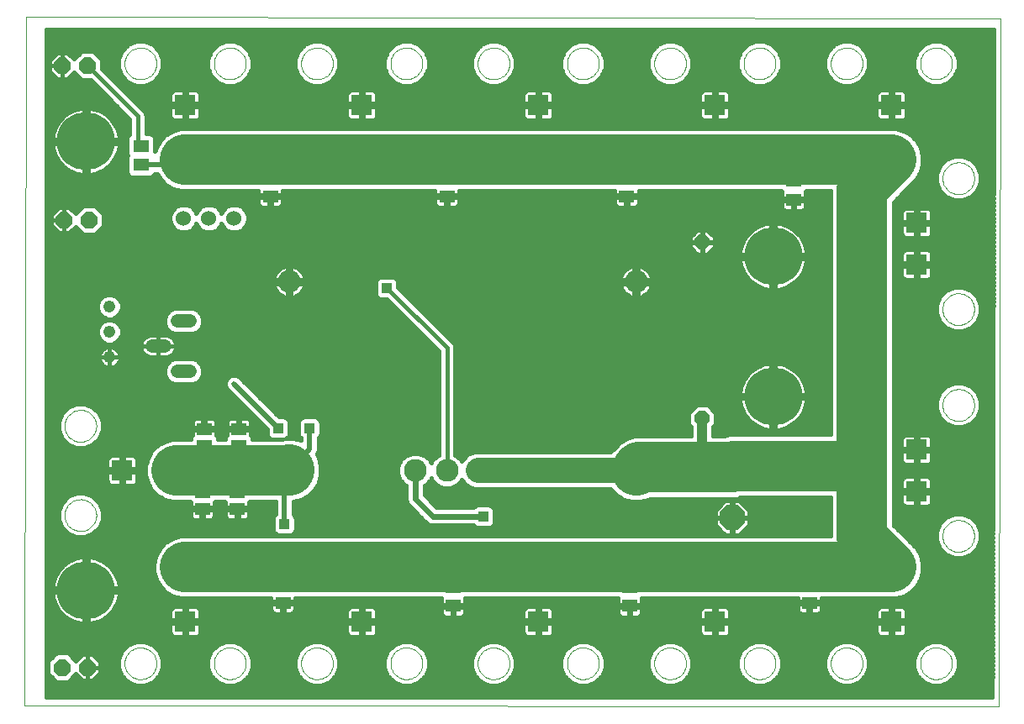
<source format=gtl>
G75*
%MOIN*%
%OFA0B0*%
%FSLAX24Y24*%
%IPPOS*%
%LPD*%
%AMOC8*
5,1,8,0,0,1.08239X$1,22.5*
%
%ADD10C,0.0000*%
%ADD11C,0.1000*%
%ADD12OC8,0.1000*%
%ADD13R,0.0827X0.0827*%
%ADD14R,0.0630X0.0512*%
%ADD15C,0.0900*%
%ADD16C,0.0476*%
%ADD17OC8,0.0660*%
%ADD18C,0.0600*%
%ADD19R,0.0591X0.0512*%
%ADD20C,0.2300*%
%ADD21C,0.0520*%
%ADD22OC8,0.0600*%
%ADD23C,0.0160*%
%ADD24R,0.0396X0.0396*%
%ADD25C,0.2000*%
%ADD26C,0.0200*%
%ADD27C,0.0240*%
%ADD28C,0.1000*%
%ADD29C,0.0400*%
D10*
X001708Y002271D02*
X001771Y029579D01*
X040391Y029517D01*
X040328Y002208D01*
X001708Y002271D01*
X005681Y003930D02*
X005683Y003980D01*
X005689Y004030D01*
X005699Y004079D01*
X005713Y004127D01*
X005730Y004174D01*
X005751Y004219D01*
X005776Y004263D01*
X005804Y004304D01*
X005836Y004343D01*
X005870Y004380D01*
X005907Y004414D01*
X005947Y004444D01*
X005989Y004471D01*
X006033Y004495D01*
X006079Y004516D01*
X006126Y004532D01*
X006174Y004545D01*
X006224Y004554D01*
X006273Y004559D01*
X006324Y004560D01*
X006374Y004557D01*
X006423Y004550D01*
X006472Y004539D01*
X006520Y004524D01*
X006566Y004506D01*
X006611Y004484D01*
X006654Y004458D01*
X006695Y004429D01*
X006734Y004397D01*
X006770Y004362D01*
X006802Y004324D01*
X006832Y004284D01*
X006859Y004241D01*
X006882Y004197D01*
X006901Y004151D01*
X006917Y004103D01*
X006929Y004054D01*
X006937Y004005D01*
X006941Y003955D01*
X006941Y003905D01*
X006937Y003855D01*
X006929Y003806D01*
X006917Y003757D01*
X006901Y003709D01*
X006882Y003663D01*
X006859Y003619D01*
X006832Y003576D01*
X006802Y003536D01*
X006770Y003498D01*
X006734Y003463D01*
X006695Y003431D01*
X006654Y003402D01*
X006611Y003376D01*
X006566Y003354D01*
X006520Y003336D01*
X006472Y003321D01*
X006423Y003310D01*
X006374Y003303D01*
X006324Y003300D01*
X006273Y003301D01*
X006224Y003306D01*
X006174Y003315D01*
X006126Y003328D01*
X006079Y003344D01*
X006033Y003365D01*
X005989Y003389D01*
X005947Y003416D01*
X005907Y003446D01*
X005870Y003480D01*
X005836Y003517D01*
X005804Y003556D01*
X005776Y003597D01*
X005751Y003641D01*
X005730Y003686D01*
X005713Y003733D01*
X005699Y003781D01*
X005689Y003830D01*
X005683Y003880D01*
X005681Y003930D01*
X009225Y003930D02*
X009227Y003980D01*
X009233Y004030D01*
X009243Y004079D01*
X009257Y004127D01*
X009274Y004174D01*
X009295Y004219D01*
X009320Y004263D01*
X009348Y004304D01*
X009380Y004343D01*
X009414Y004380D01*
X009451Y004414D01*
X009491Y004444D01*
X009533Y004471D01*
X009577Y004495D01*
X009623Y004516D01*
X009670Y004532D01*
X009718Y004545D01*
X009768Y004554D01*
X009817Y004559D01*
X009868Y004560D01*
X009918Y004557D01*
X009967Y004550D01*
X010016Y004539D01*
X010064Y004524D01*
X010110Y004506D01*
X010155Y004484D01*
X010198Y004458D01*
X010239Y004429D01*
X010278Y004397D01*
X010314Y004362D01*
X010346Y004324D01*
X010376Y004284D01*
X010403Y004241D01*
X010426Y004197D01*
X010445Y004151D01*
X010461Y004103D01*
X010473Y004054D01*
X010481Y004005D01*
X010485Y003955D01*
X010485Y003905D01*
X010481Y003855D01*
X010473Y003806D01*
X010461Y003757D01*
X010445Y003709D01*
X010426Y003663D01*
X010403Y003619D01*
X010376Y003576D01*
X010346Y003536D01*
X010314Y003498D01*
X010278Y003463D01*
X010239Y003431D01*
X010198Y003402D01*
X010155Y003376D01*
X010110Y003354D01*
X010064Y003336D01*
X010016Y003321D01*
X009967Y003310D01*
X009918Y003303D01*
X009868Y003300D01*
X009817Y003301D01*
X009768Y003306D01*
X009718Y003315D01*
X009670Y003328D01*
X009623Y003344D01*
X009577Y003365D01*
X009533Y003389D01*
X009491Y003416D01*
X009451Y003446D01*
X009414Y003480D01*
X009380Y003517D01*
X009348Y003556D01*
X009320Y003597D01*
X009295Y003641D01*
X009274Y003686D01*
X009257Y003733D01*
X009243Y003781D01*
X009233Y003830D01*
X009227Y003880D01*
X009225Y003930D01*
X012681Y003930D02*
X012683Y003980D01*
X012689Y004030D01*
X012699Y004079D01*
X012713Y004127D01*
X012730Y004174D01*
X012751Y004219D01*
X012776Y004263D01*
X012804Y004304D01*
X012836Y004343D01*
X012870Y004380D01*
X012907Y004414D01*
X012947Y004444D01*
X012989Y004471D01*
X013033Y004495D01*
X013079Y004516D01*
X013126Y004532D01*
X013174Y004545D01*
X013224Y004554D01*
X013273Y004559D01*
X013324Y004560D01*
X013374Y004557D01*
X013423Y004550D01*
X013472Y004539D01*
X013520Y004524D01*
X013566Y004506D01*
X013611Y004484D01*
X013654Y004458D01*
X013695Y004429D01*
X013734Y004397D01*
X013770Y004362D01*
X013802Y004324D01*
X013832Y004284D01*
X013859Y004241D01*
X013882Y004197D01*
X013901Y004151D01*
X013917Y004103D01*
X013929Y004054D01*
X013937Y004005D01*
X013941Y003955D01*
X013941Y003905D01*
X013937Y003855D01*
X013929Y003806D01*
X013917Y003757D01*
X013901Y003709D01*
X013882Y003663D01*
X013859Y003619D01*
X013832Y003576D01*
X013802Y003536D01*
X013770Y003498D01*
X013734Y003463D01*
X013695Y003431D01*
X013654Y003402D01*
X013611Y003376D01*
X013566Y003354D01*
X013520Y003336D01*
X013472Y003321D01*
X013423Y003310D01*
X013374Y003303D01*
X013324Y003300D01*
X013273Y003301D01*
X013224Y003306D01*
X013174Y003315D01*
X013126Y003328D01*
X013079Y003344D01*
X013033Y003365D01*
X012989Y003389D01*
X012947Y003416D01*
X012907Y003446D01*
X012870Y003480D01*
X012836Y003517D01*
X012804Y003556D01*
X012776Y003597D01*
X012751Y003641D01*
X012730Y003686D01*
X012713Y003733D01*
X012699Y003781D01*
X012689Y003830D01*
X012683Y003880D01*
X012681Y003930D01*
X016225Y003930D02*
X016227Y003980D01*
X016233Y004030D01*
X016243Y004079D01*
X016257Y004127D01*
X016274Y004174D01*
X016295Y004219D01*
X016320Y004263D01*
X016348Y004304D01*
X016380Y004343D01*
X016414Y004380D01*
X016451Y004414D01*
X016491Y004444D01*
X016533Y004471D01*
X016577Y004495D01*
X016623Y004516D01*
X016670Y004532D01*
X016718Y004545D01*
X016768Y004554D01*
X016817Y004559D01*
X016868Y004560D01*
X016918Y004557D01*
X016967Y004550D01*
X017016Y004539D01*
X017064Y004524D01*
X017110Y004506D01*
X017155Y004484D01*
X017198Y004458D01*
X017239Y004429D01*
X017278Y004397D01*
X017314Y004362D01*
X017346Y004324D01*
X017376Y004284D01*
X017403Y004241D01*
X017426Y004197D01*
X017445Y004151D01*
X017461Y004103D01*
X017473Y004054D01*
X017481Y004005D01*
X017485Y003955D01*
X017485Y003905D01*
X017481Y003855D01*
X017473Y003806D01*
X017461Y003757D01*
X017445Y003709D01*
X017426Y003663D01*
X017403Y003619D01*
X017376Y003576D01*
X017346Y003536D01*
X017314Y003498D01*
X017278Y003463D01*
X017239Y003431D01*
X017198Y003402D01*
X017155Y003376D01*
X017110Y003354D01*
X017064Y003336D01*
X017016Y003321D01*
X016967Y003310D01*
X016918Y003303D01*
X016868Y003300D01*
X016817Y003301D01*
X016768Y003306D01*
X016718Y003315D01*
X016670Y003328D01*
X016623Y003344D01*
X016577Y003365D01*
X016533Y003389D01*
X016491Y003416D01*
X016451Y003446D01*
X016414Y003480D01*
X016380Y003517D01*
X016348Y003556D01*
X016320Y003597D01*
X016295Y003641D01*
X016274Y003686D01*
X016257Y003733D01*
X016243Y003781D01*
X016233Y003830D01*
X016227Y003880D01*
X016225Y003930D01*
X019681Y003930D02*
X019683Y003980D01*
X019689Y004030D01*
X019699Y004079D01*
X019713Y004127D01*
X019730Y004174D01*
X019751Y004219D01*
X019776Y004263D01*
X019804Y004304D01*
X019836Y004343D01*
X019870Y004380D01*
X019907Y004414D01*
X019947Y004444D01*
X019989Y004471D01*
X020033Y004495D01*
X020079Y004516D01*
X020126Y004532D01*
X020174Y004545D01*
X020224Y004554D01*
X020273Y004559D01*
X020324Y004560D01*
X020374Y004557D01*
X020423Y004550D01*
X020472Y004539D01*
X020520Y004524D01*
X020566Y004506D01*
X020611Y004484D01*
X020654Y004458D01*
X020695Y004429D01*
X020734Y004397D01*
X020770Y004362D01*
X020802Y004324D01*
X020832Y004284D01*
X020859Y004241D01*
X020882Y004197D01*
X020901Y004151D01*
X020917Y004103D01*
X020929Y004054D01*
X020937Y004005D01*
X020941Y003955D01*
X020941Y003905D01*
X020937Y003855D01*
X020929Y003806D01*
X020917Y003757D01*
X020901Y003709D01*
X020882Y003663D01*
X020859Y003619D01*
X020832Y003576D01*
X020802Y003536D01*
X020770Y003498D01*
X020734Y003463D01*
X020695Y003431D01*
X020654Y003402D01*
X020611Y003376D01*
X020566Y003354D01*
X020520Y003336D01*
X020472Y003321D01*
X020423Y003310D01*
X020374Y003303D01*
X020324Y003300D01*
X020273Y003301D01*
X020224Y003306D01*
X020174Y003315D01*
X020126Y003328D01*
X020079Y003344D01*
X020033Y003365D01*
X019989Y003389D01*
X019947Y003416D01*
X019907Y003446D01*
X019870Y003480D01*
X019836Y003517D01*
X019804Y003556D01*
X019776Y003597D01*
X019751Y003641D01*
X019730Y003686D01*
X019713Y003733D01*
X019699Y003781D01*
X019689Y003830D01*
X019683Y003880D01*
X019681Y003930D01*
X023225Y003930D02*
X023227Y003980D01*
X023233Y004030D01*
X023243Y004079D01*
X023257Y004127D01*
X023274Y004174D01*
X023295Y004219D01*
X023320Y004263D01*
X023348Y004304D01*
X023380Y004343D01*
X023414Y004380D01*
X023451Y004414D01*
X023491Y004444D01*
X023533Y004471D01*
X023577Y004495D01*
X023623Y004516D01*
X023670Y004532D01*
X023718Y004545D01*
X023768Y004554D01*
X023817Y004559D01*
X023868Y004560D01*
X023918Y004557D01*
X023967Y004550D01*
X024016Y004539D01*
X024064Y004524D01*
X024110Y004506D01*
X024155Y004484D01*
X024198Y004458D01*
X024239Y004429D01*
X024278Y004397D01*
X024314Y004362D01*
X024346Y004324D01*
X024376Y004284D01*
X024403Y004241D01*
X024426Y004197D01*
X024445Y004151D01*
X024461Y004103D01*
X024473Y004054D01*
X024481Y004005D01*
X024485Y003955D01*
X024485Y003905D01*
X024481Y003855D01*
X024473Y003806D01*
X024461Y003757D01*
X024445Y003709D01*
X024426Y003663D01*
X024403Y003619D01*
X024376Y003576D01*
X024346Y003536D01*
X024314Y003498D01*
X024278Y003463D01*
X024239Y003431D01*
X024198Y003402D01*
X024155Y003376D01*
X024110Y003354D01*
X024064Y003336D01*
X024016Y003321D01*
X023967Y003310D01*
X023918Y003303D01*
X023868Y003300D01*
X023817Y003301D01*
X023768Y003306D01*
X023718Y003315D01*
X023670Y003328D01*
X023623Y003344D01*
X023577Y003365D01*
X023533Y003389D01*
X023491Y003416D01*
X023451Y003446D01*
X023414Y003480D01*
X023380Y003517D01*
X023348Y003556D01*
X023320Y003597D01*
X023295Y003641D01*
X023274Y003686D01*
X023257Y003733D01*
X023243Y003781D01*
X023233Y003830D01*
X023227Y003880D01*
X023225Y003930D01*
X026681Y003930D02*
X026683Y003980D01*
X026689Y004030D01*
X026699Y004079D01*
X026713Y004127D01*
X026730Y004174D01*
X026751Y004219D01*
X026776Y004263D01*
X026804Y004304D01*
X026836Y004343D01*
X026870Y004380D01*
X026907Y004414D01*
X026947Y004444D01*
X026989Y004471D01*
X027033Y004495D01*
X027079Y004516D01*
X027126Y004532D01*
X027174Y004545D01*
X027224Y004554D01*
X027273Y004559D01*
X027324Y004560D01*
X027374Y004557D01*
X027423Y004550D01*
X027472Y004539D01*
X027520Y004524D01*
X027566Y004506D01*
X027611Y004484D01*
X027654Y004458D01*
X027695Y004429D01*
X027734Y004397D01*
X027770Y004362D01*
X027802Y004324D01*
X027832Y004284D01*
X027859Y004241D01*
X027882Y004197D01*
X027901Y004151D01*
X027917Y004103D01*
X027929Y004054D01*
X027937Y004005D01*
X027941Y003955D01*
X027941Y003905D01*
X027937Y003855D01*
X027929Y003806D01*
X027917Y003757D01*
X027901Y003709D01*
X027882Y003663D01*
X027859Y003619D01*
X027832Y003576D01*
X027802Y003536D01*
X027770Y003498D01*
X027734Y003463D01*
X027695Y003431D01*
X027654Y003402D01*
X027611Y003376D01*
X027566Y003354D01*
X027520Y003336D01*
X027472Y003321D01*
X027423Y003310D01*
X027374Y003303D01*
X027324Y003300D01*
X027273Y003301D01*
X027224Y003306D01*
X027174Y003315D01*
X027126Y003328D01*
X027079Y003344D01*
X027033Y003365D01*
X026989Y003389D01*
X026947Y003416D01*
X026907Y003446D01*
X026870Y003480D01*
X026836Y003517D01*
X026804Y003556D01*
X026776Y003597D01*
X026751Y003641D01*
X026730Y003686D01*
X026713Y003733D01*
X026699Y003781D01*
X026689Y003830D01*
X026683Y003880D01*
X026681Y003930D01*
X030225Y003930D02*
X030227Y003980D01*
X030233Y004030D01*
X030243Y004079D01*
X030257Y004127D01*
X030274Y004174D01*
X030295Y004219D01*
X030320Y004263D01*
X030348Y004304D01*
X030380Y004343D01*
X030414Y004380D01*
X030451Y004414D01*
X030491Y004444D01*
X030533Y004471D01*
X030577Y004495D01*
X030623Y004516D01*
X030670Y004532D01*
X030718Y004545D01*
X030768Y004554D01*
X030817Y004559D01*
X030868Y004560D01*
X030918Y004557D01*
X030967Y004550D01*
X031016Y004539D01*
X031064Y004524D01*
X031110Y004506D01*
X031155Y004484D01*
X031198Y004458D01*
X031239Y004429D01*
X031278Y004397D01*
X031314Y004362D01*
X031346Y004324D01*
X031376Y004284D01*
X031403Y004241D01*
X031426Y004197D01*
X031445Y004151D01*
X031461Y004103D01*
X031473Y004054D01*
X031481Y004005D01*
X031485Y003955D01*
X031485Y003905D01*
X031481Y003855D01*
X031473Y003806D01*
X031461Y003757D01*
X031445Y003709D01*
X031426Y003663D01*
X031403Y003619D01*
X031376Y003576D01*
X031346Y003536D01*
X031314Y003498D01*
X031278Y003463D01*
X031239Y003431D01*
X031198Y003402D01*
X031155Y003376D01*
X031110Y003354D01*
X031064Y003336D01*
X031016Y003321D01*
X030967Y003310D01*
X030918Y003303D01*
X030868Y003300D01*
X030817Y003301D01*
X030768Y003306D01*
X030718Y003315D01*
X030670Y003328D01*
X030623Y003344D01*
X030577Y003365D01*
X030533Y003389D01*
X030491Y003416D01*
X030451Y003446D01*
X030414Y003480D01*
X030380Y003517D01*
X030348Y003556D01*
X030320Y003597D01*
X030295Y003641D01*
X030274Y003686D01*
X030257Y003733D01*
X030243Y003781D01*
X030233Y003830D01*
X030227Y003880D01*
X030225Y003930D01*
X033681Y003930D02*
X033683Y003980D01*
X033689Y004030D01*
X033699Y004079D01*
X033713Y004127D01*
X033730Y004174D01*
X033751Y004219D01*
X033776Y004263D01*
X033804Y004304D01*
X033836Y004343D01*
X033870Y004380D01*
X033907Y004414D01*
X033947Y004444D01*
X033989Y004471D01*
X034033Y004495D01*
X034079Y004516D01*
X034126Y004532D01*
X034174Y004545D01*
X034224Y004554D01*
X034273Y004559D01*
X034324Y004560D01*
X034374Y004557D01*
X034423Y004550D01*
X034472Y004539D01*
X034520Y004524D01*
X034566Y004506D01*
X034611Y004484D01*
X034654Y004458D01*
X034695Y004429D01*
X034734Y004397D01*
X034770Y004362D01*
X034802Y004324D01*
X034832Y004284D01*
X034859Y004241D01*
X034882Y004197D01*
X034901Y004151D01*
X034917Y004103D01*
X034929Y004054D01*
X034937Y004005D01*
X034941Y003955D01*
X034941Y003905D01*
X034937Y003855D01*
X034929Y003806D01*
X034917Y003757D01*
X034901Y003709D01*
X034882Y003663D01*
X034859Y003619D01*
X034832Y003576D01*
X034802Y003536D01*
X034770Y003498D01*
X034734Y003463D01*
X034695Y003431D01*
X034654Y003402D01*
X034611Y003376D01*
X034566Y003354D01*
X034520Y003336D01*
X034472Y003321D01*
X034423Y003310D01*
X034374Y003303D01*
X034324Y003300D01*
X034273Y003301D01*
X034224Y003306D01*
X034174Y003315D01*
X034126Y003328D01*
X034079Y003344D01*
X034033Y003365D01*
X033989Y003389D01*
X033947Y003416D01*
X033907Y003446D01*
X033870Y003480D01*
X033836Y003517D01*
X033804Y003556D01*
X033776Y003597D01*
X033751Y003641D01*
X033730Y003686D01*
X033713Y003733D01*
X033699Y003781D01*
X033689Y003830D01*
X033683Y003880D01*
X033681Y003930D01*
X037225Y003930D02*
X037227Y003980D01*
X037233Y004030D01*
X037243Y004079D01*
X037257Y004127D01*
X037274Y004174D01*
X037295Y004219D01*
X037320Y004263D01*
X037348Y004304D01*
X037380Y004343D01*
X037414Y004380D01*
X037451Y004414D01*
X037491Y004444D01*
X037533Y004471D01*
X037577Y004495D01*
X037623Y004516D01*
X037670Y004532D01*
X037718Y004545D01*
X037768Y004554D01*
X037817Y004559D01*
X037868Y004560D01*
X037918Y004557D01*
X037967Y004550D01*
X038016Y004539D01*
X038064Y004524D01*
X038110Y004506D01*
X038155Y004484D01*
X038198Y004458D01*
X038239Y004429D01*
X038278Y004397D01*
X038314Y004362D01*
X038346Y004324D01*
X038376Y004284D01*
X038403Y004241D01*
X038426Y004197D01*
X038445Y004151D01*
X038461Y004103D01*
X038473Y004054D01*
X038481Y004005D01*
X038485Y003955D01*
X038485Y003905D01*
X038481Y003855D01*
X038473Y003806D01*
X038461Y003757D01*
X038445Y003709D01*
X038426Y003663D01*
X038403Y003619D01*
X038376Y003576D01*
X038346Y003536D01*
X038314Y003498D01*
X038278Y003463D01*
X038239Y003431D01*
X038198Y003402D01*
X038155Y003376D01*
X038110Y003354D01*
X038064Y003336D01*
X038016Y003321D01*
X037967Y003310D01*
X037918Y003303D01*
X037868Y003300D01*
X037817Y003301D01*
X037768Y003306D01*
X037718Y003315D01*
X037670Y003328D01*
X037623Y003344D01*
X037577Y003365D01*
X037533Y003389D01*
X037491Y003416D01*
X037451Y003446D01*
X037414Y003480D01*
X037380Y003517D01*
X037348Y003556D01*
X037320Y003597D01*
X037295Y003641D01*
X037274Y003686D01*
X037257Y003733D01*
X037243Y003781D01*
X037233Y003830D01*
X037227Y003880D01*
X037225Y003930D01*
X038107Y008985D02*
X038109Y009035D01*
X038115Y009085D01*
X038125Y009134D01*
X038139Y009182D01*
X038156Y009229D01*
X038177Y009274D01*
X038202Y009318D01*
X038230Y009359D01*
X038262Y009398D01*
X038296Y009435D01*
X038333Y009469D01*
X038373Y009499D01*
X038415Y009526D01*
X038459Y009550D01*
X038505Y009571D01*
X038552Y009587D01*
X038600Y009600D01*
X038650Y009609D01*
X038699Y009614D01*
X038750Y009615D01*
X038800Y009612D01*
X038849Y009605D01*
X038898Y009594D01*
X038946Y009579D01*
X038992Y009561D01*
X039037Y009539D01*
X039080Y009513D01*
X039121Y009484D01*
X039160Y009452D01*
X039196Y009417D01*
X039228Y009379D01*
X039258Y009339D01*
X039285Y009296D01*
X039308Y009252D01*
X039327Y009206D01*
X039343Y009158D01*
X039355Y009109D01*
X039363Y009060D01*
X039367Y009010D01*
X039367Y008960D01*
X039363Y008910D01*
X039355Y008861D01*
X039343Y008812D01*
X039327Y008764D01*
X039308Y008718D01*
X039285Y008674D01*
X039258Y008631D01*
X039228Y008591D01*
X039196Y008553D01*
X039160Y008518D01*
X039121Y008486D01*
X039080Y008457D01*
X039037Y008431D01*
X038992Y008409D01*
X038946Y008391D01*
X038898Y008376D01*
X038849Y008365D01*
X038800Y008358D01*
X038750Y008355D01*
X038699Y008356D01*
X038650Y008361D01*
X038600Y008370D01*
X038552Y008383D01*
X038505Y008399D01*
X038459Y008420D01*
X038415Y008444D01*
X038373Y008471D01*
X038333Y008501D01*
X038296Y008535D01*
X038262Y008572D01*
X038230Y008611D01*
X038202Y008652D01*
X038177Y008696D01*
X038156Y008741D01*
X038139Y008788D01*
X038125Y008836D01*
X038115Y008885D01*
X038109Y008935D01*
X038107Y008985D01*
X038107Y014181D02*
X038109Y014231D01*
X038115Y014281D01*
X038125Y014330D01*
X038139Y014378D01*
X038156Y014425D01*
X038177Y014470D01*
X038202Y014514D01*
X038230Y014555D01*
X038262Y014594D01*
X038296Y014631D01*
X038333Y014665D01*
X038373Y014695D01*
X038415Y014722D01*
X038459Y014746D01*
X038505Y014767D01*
X038552Y014783D01*
X038600Y014796D01*
X038650Y014805D01*
X038699Y014810D01*
X038750Y014811D01*
X038800Y014808D01*
X038849Y014801D01*
X038898Y014790D01*
X038946Y014775D01*
X038992Y014757D01*
X039037Y014735D01*
X039080Y014709D01*
X039121Y014680D01*
X039160Y014648D01*
X039196Y014613D01*
X039228Y014575D01*
X039258Y014535D01*
X039285Y014492D01*
X039308Y014448D01*
X039327Y014402D01*
X039343Y014354D01*
X039355Y014305D01*
X039363Y014256D01*
X039367Y014206D01*
X039367Y014156D01*
X039363Y014106D01*
X039355Y014057D01*
X039343Y014008D01*
X039327Y013960D01*
X039308Y013914D01*
X039285Y013870D01*
X039258Y013827D01*
X039228Y013787D01*
X039196Y013749D01*
X039160Y013714D01*
X039121Y013682D01*
X039080Y013653D01*
X039037Y013627D01*
X038992Y013605D01*
X038946Y013587D01*
X038898Y013572D01*
X038849Y013561D01*
X038800Y013554D01*
X038750Y013551D01*
X038699Y013552D01*
X038650Y013557D01*
X038600Y013566D01*
X038552Y013579D01*
X038505Y013595D01*
X038459Y013616D01*
X038415Y013640D01*
X038373Y013667D01*
X038333Y013697D01*
X038296Y013731D01*
X038262Y013768D01*
X038230Y013807D01*
X038202Y013848D01*
X038177Y013892D01*
X038156Y013937D01*
X038139Y013984D01*
X038125Y014032D01*
X038115Y014081D01*
X038109Y014131D01*
X038107Y014181D01*
X038107Y017985D02*
X038109Y018035D01*
X038115Y018085D01*
X038125Y018134D01*
X038139Y018182D01*
X038156Y018229D01*
X038177Y018274D01*
X038202Y018318D01*
X038230Y018359D01*
X038262Y018398D01*
X038296Y018435D01*
X038333Y018469D01*
X038373Y018499D01*
X038415Y018526D01*
X038459Y018550D01*
X038505Y018571D01*
X038552Y018587D01*
X038600Y018600D01*
X038650Y018609D01*
X038699Y018614D01*
X038750Y018615D01*
X038800Y018612D01*
X038849Y018605D01*
X038898Y018594D01*
X038946Y018579D01*
X038992Y018561D01*
X039037Y018539D01*
X039080Y018513D01*
X039121Y018484D01*
X039160Y018452D01*
X039196Y018417D01*
X039228Y018379D01*
X039258Y018339D01*
X039285Y018296D01*
X039308Y018252D01*
X039327Y018206D01*
X039343Y018158D01*
X039355Y018109D01*
X039363Y018060D01*
X039367Y018010D01*
X039367Y017960D01*
X039363Y017910D01*
X039355Y017861D01*
X039343Y017812D01*
X039327Y017764D01*
X039308Y017718D01*
X039285Y017674D01*
X039258Y017631D01*
X039228Y017591D01*
X039196Y017553D01*
X039160Y017518D01*
X039121Y017486D01*
X039080Y017457D01*
X039037Y017431D01*
X038992Y017409D01*
X038946Y017391D01*
X038898Y017376D01*
X038849Y017365D01*
X038800Y017358D01*
X038750Y017355D01*
X038699Y017356D01*
X038650Y017361D01*
X038600Y017370D01*
X038552Y017383D01*
X038505Y017399D01*
X038459Y017420D01*
X038415Y017444D01*
X038373Y017471D01*
X038333Y017501D01*
X038296Y017535D01*
X038262Y017572D01*
X038230Y017611D01*
X038202Y017652D01*
X038177Y017696D01*
X038156Y017741D01*
X038139Y017788D01*
X038125Y017836D01*
X038115Y017885D01*
X038109Y017935D01*
X038107Y017985D01*
X038107Y023181D02*
X038109Y023231D01*
X038115Y023281D01*
X038125Y023330D01*
X038139Y023378D01*
X038156Y023425D01*
X038177Y023470D01*
X038202Y023514D01*
X038230Y023555D01*
X038262Y023594D01*
X038296Y023631D01*
X038333Y023665D01*
X038373Y023695D01*
X038415Y023722D01*
X038459Y023746D01*
X038505Y023767D01*
X038552Y023783D01*
X038600Y023796D01*
X038650Y023805D01*
X038699Y023810D01*
X038750Y023811D01*
X038800Y023808D01*
X038849Y023801D01*
X038898Y023790D01*
X038946Y023775D01*
X038992Y023757D01*
X039037Y023735D01*
X039080Y023709D01*
X039121Y023680D01*
X039160Y023648D01*
X039196Y023613D01*
X039228Y023575D01*
X039258Y023535D01*
X039285Y023492D01*
X039308Y023448D01*
X039327Y023402D01*
X039343Y023354D01*
X039355Y023305D01*
X039363Y023256D01*
X039367Y023206D01*
X039367Y023156D01*
X039363Y023106D01*
X039355Y023057D01*
X039343Y023008D01*
X039327Y022960D01*
X039308Y022914D01*
X039285Y022870D01*
X039258Y022827D01*
X039228Y022787D01*
X039196Y022749D01*
X039160Y022714D01*
X039121Y022682D01*
X039080Y022653D01*
X039037Y022627D01*
X038992Y022605D01*
X038946Y022587D01*
X038898Y022572D01*
X038849Y022561D01*
X038800Y022554D01*
X038750Y022551D01*
X038699Y022552D01*
X038650Y022557D01*
X038600Y022566D01*
X038552Y022579D01*
X038505Y022595D01*
X038459Y022616D01*
X038415Y022640D01*
X038373Y022667D01*
X038333Y022697D01*
X038296Y022731D01*
X038262Y022768D01*
X038230Y022807D01*
X038202Y022848D01*
X038177Y022892D01*
X038156Y022937D01*
X038139Y022984D01*
X038125Y023032D01*
X038115Y023081D01*
X038109Y023131D01*
X038107Y023181D01*
X037225Y027737D02*
X037227Y027787D01*
X037233Y027837D01*
X037243Y027886D01*
X037257Y027934D01*
X037274Y027981D01*
X037295Y028026D01*
X037320Y028070D01*
X037348Y028111D01*
X037380Y028150D01*
X037414Y028187D01*
X037451Y028221D01*
X037491Y028251D01*
X037533Y028278D01*
X037577Y028302D01*
X037623Y028323D01*
X037670Y028339D01*
X037718Y028352D01*
X037768Y028361D01*
X037817Y028366D01*
X037868Y028367D01*
X037918Y028364D01*
X037967Y028357D01*
X038016Y028346D01*
X038064Y028331D01*
X038110Y028313D01*
X038155Y028291D01*
X038198Y028265D01*
X038239Y028236D01*
X038278Y028204D01*
X038314Y028169D01*
X038346Y028131D01*
X038376Y028091D01*
X038403Y028048D01*
X038426Y028004D01*
X038445Y027958D01*
X038461Y027910D01*
X038473Y027861D01*
X038481Y027812D01*
X038485Y027762D01*
X038485Y027712D01*
X038481Y027662D01*
X038473Y027613D01*
X038461Y027564D01*
X038445Y027516D01*
X038426Y027470D01*
X038403Y027426D01*
X038376Y027383D01*
X038346Y027343D01*
X038314Y027305D01*
X038278Y027270D01*
X038239Y027238D01*
X038198Y027209D01*
X038155Y027183D01*
X038110Y027161D01*
X038064Y027143D01*
X038016Y027128D01*
X037967Y027117D01*
X037918Y027110D01*
X037868Y027107D01*
X037817Y027108D01*
X037768Y027113D01*
X037718Y027122D01*
X037670Y027135D01*
X037623Y027151D01*
X037577Y027172D01*
X037533Y027196D01*
X037491Y027223D01*
X037451Y027253D01*
X037414Y027287D01*
X037380Y027324D01*
X037348Y027363D01*
X037320Y027404D01*
X037295Y027448D01*
X037274Y027493D01*
X037257Y027540D01*
X037243Y027588D01*
X037233Y027637D01*
X037227Y027687D01*
X037225Y027737D01*
X033681Y027737D02*
X033683Y027787D01*
X033689Y027837D01*
X033699Y027886D01*
X033713Y027934D01*
X033730Y027981D01*
X033751Y028026D01*
X033776Y028070D01*
X033804Y028111D01*
X033836Y028150D01*
X033870Y028187D01*
X033907Y028221D01*
X033947Y028251D01*
X033989Y028278D01*
X034033Y028302D01*
X034079Y028323D01*
X034126Y028339D01*
X034174Y028352D01*
X034224Y028361D01*
X034273Y028366D01*
X034324Y028367D01*
X034374Y028364D01*
X034423Y028357D01*
X034472Y028346D01*
X034520Y028331D01*
X034566Y028313D01*
X034611Y028291D01*
X034654Y028265D01*
X034695Y028236D01*
X034734Y028204D01*
X034770Y028169D01*
X034802Y028131D01*
X034832Y028091D01*
X034859Y028048D01*
X034882Y028004D01*
X034901Y027958D01*
X034917Y027910D01*
X034929Y027861D01*
X034937Y027812D01*
X034941Y027762D01*
X034941Y027712D01*
X034937Y027662D01*
X034929Y027613D01*
X034917Y027564D01*
X034901Y027516D01*
X034882Y027470D01*
X034859Y027426D01*
X034832Y027383D01*
X034802Y027343D01*
X034770Y027305D01*
X034734Y027270D01*
X034695Y027238D01*
X034654Y027209D01*
X034611Y027183D01*
X034566Y027161D01*
X034520Y027143D01*
X034472Y027128D01*
X034423Y027117D01*
X034374Y027110D01*
X034324Y027107D01*
X034273Y027108D01*
X034224Y027113D01*
X034174Y027122D01*
X034126Y027135D01*
X034079Y027151D01*
X034033Y027172D01*
X033989Y027196D01*
X033947Y027223D01*
X033907Y027253D01*
X033870Y027287D01*
X033836Y027324D01*
X033804Y027363D01*
X033776Y027404D01*
X033751Y027448D01*
X033730Y027493D01*
X033713Y027540D01*
X033699Y027588D01*
X033689Y027637D01*
X033683Y027687D01*
X033681Y027737D01*
X030225Y027737D02*
X030227Y027787D01*
X030233Y027837D01*
X030243Y027886D01*
X030257Y027934D01*
X030274Y027981D01*
X030295Y028026D01*
X030320Y028070D01*
X030348Y028111D01*
X030380Y028150D01*
X030414Y028187D01*
X030451Y028221D01*
X030491Y028251D01*
X030533Y028278D01*
X030577Y028302D01*
X030623Y028323D01*
X030670Y028339D01*
X030718Y028352D01*
X030768Y028361D01*
X030817Y028366D01*
X030868Y028367D01*
X030918Y028364D01*
X030967Y028357D01*
X031016Y028346D01*
X031064Y028331D01*
X031110Y028313D01*
X031155Y028291D01*
X031198Y028265D01*
X031239Y028236D01*
X031278Y028204D01*
X031314Y028169D01*
X031346Y028131D01*
X031376Y028091D01*
X031403Y028048D01*
X031426Y028004D01*
X031445Y027958D01*
X031461Y027910D01*
X031473Y027861D01*
X031481Y027812D01*
X031485Y027762D01*
X031485Y027712D01*
X031481Y027662D01*
X031473Y027613D01*
X031461Y027564D01*
X031445Y027516D01*
X031426Y027470D01*
X031403Y027426D01*
X031376Y027383D01*
X031346Y027343D01*
X031314Y027305D01*
X031278Y027270D01*
X031239Y027238D01*
X031198Y027209D01*
X031155Y027183D01*
X031110Y027161D01*
X031064Y027143D01*
X031016Y027128D01*
X030967Y027117D01*
X030918Y027110D01*
X030868Y027107D01*
X030817Y027108D01*
X030768Y027113D01*
X030718Y027122D01*
X030670Y027135D01*
X030623Y027151D01*
X030577Y027172D01*
X030533Y027196D01*
X030491Y027223D01*
X030451Y027253D01*
X030414Y027287D01*
X030380Y027324D01*
X030348Y027363D01*
X030320Y027404D01*
X030295Y027448D01*
X030274Y027493D01*
X030257Y027540D01*
X030243Y027588D01*
X030233Y027637D01*
X030227Y027687D01*
X030225Y027737D01*
X026681Y027737D02*
X026683Y027787D01*
X026689Y027837D01*
X026699Y027886D01*
X026713Y027934D01*
X026730Y027981D01*
X026751Y028026D01*
X026776Y028070D01*
X026804Y028111D01*
X026836Y028150D01*
X026870Y028187D01*
X026907Y028221D01*
X026947Y028251D01*
X026989Y028278D01*
X027033Y028302D01*
X027079Y028323D01*
X027126Y028339D01*
X027174Y028352D01*
X027224Y028361D01*
X027273Y028366D01*
X027324Y028367D01*
X027374Y028364D01*
X027423Y028357D01*
X027472Y028346D01*
X027520Y028331D01*
X027566Y028313D01*
X027611Y028291D01*
X027654Y028265D01*
X027695Y028236D01*
X027734Y028204D01*
X027770Y028169D01*
X027802Y028131D01*
X027832Y028091D01*
X027859Y028048D01*
X027882Y028004D01*
X027901Y027958D01*
X027917Y027910D01*
X027929Y027861D01*
X027937Y027812D01*
X027941Y027762D01*
X027941Y027712D01*
X027937Y027662D01*
X027929Y027613D01*
X027917Y027564D01*
X027901Y027516D01*
X027882Y027470D01*
X027859Y027426D01*
X027832Y027383D01*
X027802Y027343D01*
X027770Y027305D01*
X027734Y027270D01*
X027695Y027238D01*
X027654Y027209D01*
X027611Y027183D01*
X027566Y027161D01*
X027520Y027143D01*
X027472Y027128D01*
X027423Y027117D01*
X027374Y027110D01*
X027324Y027107D01*
X027273Y027108D01*
X027224Y027113D01*
X027174Y027122D01*
X027126Y027135D01*
X027079Y027151D01*
X027033Y027172D01*
X026989Y027196D01*
X026947Y027223D01*
X026907Y027253D01*
X026870Y027287D01*
X026836Y027324D01*
X026804Y027363D01*
X026776Y027404D01*
X026751Y027448D01*
X026730Y027493D01*
X026713Y027540D01*
X026699Y027588D01*
X026689Y027637D01*
X026683Y027687D01*
X026681Y027737D01*
X023225Y027737D02*
X023227Y027787D01*
X023233Y027837D01*
X023243Y027886D01*
X023257Y027934D01*
X023274Y027981D01*
X023295Y028026D01*
X023320Y028070D01*
X023348Y028111D01*
X023380Y028150D01*
X023414Y028187D01*
X023451Y028221D01*
X023491Y028251D01*
X023533Y028278D01*
X023577Y028302D01*
X023623Y028323D01*
X023670Y028339D01*
X023718Y028352D01*
X023768Y028361D01*
X023817Y028366D01*
X023868Y028367D01*
X023918Y028364D01*
X023967Y028357D01*
X024016Y028346D01*
X024064Y028331D01*
X024110Y028313D01*
X024155Y028291D01*
X024198Y028265D01*
X024239Y028236D01*
X024278Y028204D01*
X024314Y028169D01*
X024346Y028131D01*
X024376Y028091D01*
X024403Y028048D01*
X024426Y028004D01*
X024445Y027958D01*
X024461Y027910D01*
X024473Y027861D01*
X024481Y027812D01*
X024485Y027762D01*
X024485Y027712D01*
X024481Y027662D01*
X024473Y027613D01*
X024461Y027564D01*
X024445Y027516D01*
X024426Y027470D01*
X024403Y027426D01*
X024376Y027383D01*
X024346Y027343D01*
X024314Y027305D01*
X024278Y027270D01*
X024239Y027238D01*
X024198Y027209D01*
X024155Y027183D01*
X024110Y027161D01*
X024064Y027143D01*
X024016Y027128D01*
X023967Y027117D01*
X023918Y027110D01*
X023868Y027107D01*
X023817Y027108D01*
X023768Y027113D01*
X023718Y027122D01*
X023670Y027135D01*
X023623Y027151D01*
X023577Y027172D01*
X023533Y027196D01*
X023491Y027223D01*
X023451Y027253D01*
X023414Y027287D01*
X023380Y027324D01*
X023348Y027363D01*
X023320Y027404D01*
X023295Y027448D01*
X023274Y027493D01*
X023257Y027540D01*
X023243Y027588D01*
X023233Y027637D01*
X023227Y027687D01*
X023225Y027737D01*
X019681Y027737D02*
X019683Y027787D01*
X019689Y027837D01*
X019699Y027886D01*
X019713Y027934D01*
X019730Y027981D01*
X019751Y028026D01*
X019776Y028070D01*
X019804Y028111D01*
X019836Y028150D01*
X019870Y028187D01*
X019907Y028221D01*
X019947Y028251D01*
X019989Y028278D01*
X020033Y028302D01*
X020079Y028323D01*
X020126Y028339D01*
X020174Y028352D01*
X020224Y028361D01*
X020273Y028366D01*
X020324Y028367D01*
X020374Y028364D01*
X020423Y028357D01*
X020472Y028346D01*
X020520Y028331D01*
X020566Y028313D01*
X020611Y028291D01*
X020654Y028265D01*
X020695Y028236D01*
X020734Y028204D01*
X020770Y028169D01*
X020802Y028131D01*
X020832Y028091D01*
X020859Y028048D01*
X020882Y028004D01*
X020901Y027958D01*
X020917Y027910D01*
X020929Y027861D01*
X020937Y027812D01*
X020941Y027762D01*
X020941Y027712D01*
X020937Y027662D01*
X020929Y027613D01*
X020917Y027564D01*
X020901Y027516D01*
X020882Y027470D01*
X020859Y027426D01*
X020832Y027383D01*
X020802Y027343D01*
X020770Y027305D01*
X020734Y027270D01*
X020695Y027238D01*
X020654Y027209D01*
X020611Y027183D01*
X020566Y027161D01*
X020520Y027143D01*
X020472Y027128D01*
X020423Y027117D01*
X020374Y027110D01*
X020324Y027107D01*
X020273Y027108D01*
X020224Y027113D01*
X020174Y027122D01*
X020126Y027135D01*
X020079Y027151D01*
X020033Y027172D01*
X019989Y027196D01*
X019947Y027223D01*
X019907Y027253D01*
X019870Y027287D01*
X019836Y027324D01*
X019804Y027363D01*
X019776Y027404D01*
X019751Y027448D01*
X019730Y027493D01*
X019713Y027540D01*
X019699Y027588D01*
X019689Y027637D01*
X019683Y027687D01*
X019681Y027737D01*
X016225Y027737D02*
X016227Y027787D01*
X016233Y027837D01*
X016243Y027886D01*
X016257Y027934D01*
X016274Y027981D01*
X016295Y028026D01*
X016320Y028070D01*
X016348Y028111D01*
X016380Y028150D01*
X016414Y028187D01*
X016451Y028221D01*
X016491Y028251D01*
X016533Y028278D01*
X016577Y028302D01*
X016623Y028323D01*
X016670Y028339D01*
X016718Y028352D01*
X016768Y028361D01*
X016817Y028366D01*
X016868Y028367D01*
X016918Y028364D01*
X016967Y028357D01*
X017016Y028346D01*
X017064Y028331D01*
X017110Y028313D01*
X017155Y028291D01*
X017198Y028265D01*
X017239Y028236D01*
X017278Y028204D01*
X017314Y028169D01*
X017346Y028131D01*
X017376Y028091D01*
X017403Y028048D01*
X017426Y028004D01*
X017445Y027958D01*
X017461Y027910D01*
X017473Y027861D01*
X017481Y027812D01*
X017485Y027762D01*
X017485Y027712D01*
X017481Y027662D01*
X017473Y027613D01*
X017461Y027564D01*
X017445Y027516D01*
X017426Y027470D01*
X017403Y027426D01*
X017376Y027383D01*
X017346Y027343D01*
X017314Y027305D01*
X017278Y027270D01*
X017239Y027238D01*
X017198Y027209D01*
X017155Y027183D01*
X017110Y027161D01*
X017064Y027143D01*
X017016Y027128D01*
X016967Y027117D01*
X016918Y027110D01*
X016868Y027107D01*
X016817Y027108D01*
X016768Y027113D01*
X016718Y027122D01*
X016670Y027135D01*
X016623Y027151D01*
X016577Y027172D01*
X016533Y027196D01*
X016491Y027223D01*
X016451Y027253D01*
X016414Y027287D01*
X016380Y027324D01*
X016348Y027363D01*
X016320Y027404D01*
X016295Y027448D01*
X016274Y027493D01*
X016257Y027540D01*
X016243Y027588D01*
X016233Y027637D01*
X016227Y027687D01*
X016225Y027737D01*
X012681Y027737D02*
X012683Y027787D01*
X012689Y027837D01*
X012699Y027886D01*
X012713Y027934D01*
X012730Y027981D01*
X012751Y028026D01*
X012776Y028070D01*
X012804Y028111D01*
X012836Y028150D01*
X012870Y028187D01*
X012907Y028221D01*
X012947Y028251D01*
X012989Y028278D01*
X013033Y028302D01*
X013079Y028323D01*
X013126Y028339D01*
X013174Y028352D01*
X013224Y028361D01*
X013273Y028366D01*
X013324Y028367D01*
X013374Y028364D01*
X013423Y028357D01*
X013472Y028346D01*
X013520Y028331D01*
X013566Y028313D01*
X013611Y028291D01*
X013654Y028265D01*
X013695Y028236D01*
X013734Y028204D01*
X013770Y028169D01*
X013802Y028131D01*
X013832Y028091D01*
X013859Y028048D01*
X013882Y028004D01*
X013901Y027958D01*
X013917Y027910D01*
X013929Y027861D01*
X013937Y027812D01*
X013941Y027762D01*
X013941Y027712D01*
X013937Y027662D01*
X013929Y027613D01*
X013917Y027564D01*
X013901Y027516D01*
X013882Y027470D01*
X013859Y027426D01*
X013832Y027383D01*
X013802Y027343D01*
X013770Y027305D01*
X013734Y027270D01*
X013695Y027238D01*
X013654Y027209D01*
X013611Y027183D01*
X013566Y027161D01*
X013520Y027143D01*
X013472Y027128D01*
X013423Y027117D01*
X013374Y027110D01*
X013324Y027107D01*
X013273Y027108D01*
X013224Y027113D01*
X013174Y027122D01*
X013126Y027135D01*
X013079Y027151D01*
X013033Y027172D01*
X012989Y027196D01*
X012947Y027223D01*
X012907Y027253D01*
X012870Y027287D01*
X012836Y027324D01*
X012804Y027363D01*
X012776Y027404D01*
X012751Y027448D01*
X012730Y027493D01*
X012713Y027540D01*
X012699Y027588D01*
X012689Y027637D01*
X012683Y027687D01*
X012681Y027737D01*
X009225Y027737D02*
X009227Y027787D01*
X009233Y027837D01*
X009243Y027886D01*
X009257Y027934D01*
X009274Y027981D01*
X009295Y028026D01*
X009320Y028070D01*
X009348Y028111D01*
X009380Y028150D01*
X009414Y028187D01*
X009451Y028221D01*
X009491Y028251D01*
X009533Y028278D01*
X009577Y028302D01*
X009623Y028323D01*
X009670Y028339D01*
X009718Y028352D01*
X009768Y028361D01*
X009817Y028366D01*
X009868Y028367D01*
X009918Y028364D01*
X009967Y028357D01*
X010016Y028346D01*
X010064Y028331D01*
X010110Y028313D01*
X010155Y028291D01*
X010198Y028265D01*
X010239Y028236D01*
X010278Y028204D01*
X010314Y028169D01*
X010346Y028131D01*
X010376Y028091D01*
X010403Y028048D01*
X010426Y028004D01*
X010445Y027958D01*
X010461Y027910D01*
X010473Y027861D01*
X010481Y027812D01*
X010485Y027762D01*
X010485Y027712D01*
X010481Y027662D01*
X010473Y027613D01*
X010461Y027564D01*
X010445Y027516D01*
X010426Y027470D01*
X010403Y027426D01*
X010376Y027383D01*
X010346Y027343D01*
X010314Y027305D01*
X010278Y027270D01*
X010239Y027238D01*
X010198Y027209D01*
X010155Y027183D01*
X010110Y027161D01*
X010064Y027143D01*
X010016Y027128D01*
X009967Y027117D01*
X009918Y027110D01*
X009868Y027107D01*
X009817Y027108D01*
X009768Y027113D01*
X009718Y027122D01*
X009670Y027135D01*
X009623Y027151D01*
X009577Y027172D01*
X009533Y027196D01*
X009491Y027223D01*
X009451Y027253D01*
X009414Y027287D01*
X009380Y027324D01*
X009348Y027363D01*
X009320Y027404D01*
X009295Y027448D01*
X009274Y027493D01*
X009257Y027540D01*
X009243Y027588D01*
X009233Y027637D01*
X009227Y027687D01*
X009225Y027737D01*
X005681Y027737D02*
X005683Y027787D01*
X005689Y027837D01*
X005699Y027886D01*
X005713Y027934D01*
X005730Y027981D01*
X005751Y028026D01*
X005776Y028070D01*
X005804Y028111D01*
X005836Y028150D01*
X005870Y028187D01*
X005907Y028221D01*
X005947Y028251D01*
X005989Y028278D01*
X006033Y028302D01*
X006079Y028323D01*
X006126Y028339D01*
X006174Y028352D01*
X006224Y028361D01*
X006273Y028366D01*
X006324Y028367D01*
X006374Y028364D01*
X006423Y028357D01*
X006472Y028346D01*
X006520Y028331D01*
X006566Y028313D01*
X006611Y028291D01*
X006654Y028265D01*
X006695Y028236D01*
X006734Y028204D01*
X006770Y028169D01*
X006802Y028131D01*
X006832Y028091D01*
X006859Y028048D01*
X006882Y028004D01*
X006901Y027958D01*
X006917Y027910D01*
X006929Y027861D01*
X006937Y027812D01*
X006941Y027762D01*
X006941Y027712D01*
X006937Y027662D01*
X006929Y027613D01*
X006917Y027564D01*
X006901Y027516D01*
X006882Y027470D01*
X006859Y027426D01*
X006832Y027383D01*
X006802Y027343D01*
X006770Y027305D01*
X006734Y027270D01*
X006695Y027238D01*
X006654Y027209D01*
X006611Y027183D01*
X006566Y027161D01*
X006520Y027143D01*
X006472Y027128D01*
X006423Y027117D01*
X006374Y027110D01*
X006324Y027107D01*
X006273Y027108D01*
X006224Y027113D01*
X006174Y027122D01*
X006126Y027135D01*
X006079Y027151D01*
X006033Y027172D01*
X005989Y027196D01*
X005947Y027223D01*
X005907Y027253D01*
X005870Y027287D01*
X005836Y027324D01*
X005804Y027363D01*
X005776Y027404D01*
X005751Y027448D01*
X005730Y027493D01*
X005713Y027540D01*
X005699Y027588D01*
X005689Y027637D01*
X005683Y027687D01*
X005681Y027737D01*
X003300Y013355D02*
X003302Y013405D01*
X003308Y013455D01*
X003318Y013504D01*
X003332Y013552D01*
X003349Y013599D01*
X003370Y013644D01*
X003395Y013688D01*
X003423Y013729D01*
X003455Y013768D01*
X003489Y013805D01*
X003526Y013839D01*
X003566Y013869D01*
X003608Y013896D01*
X003652Y013920D01*
X003698Y013941D01*
X003745Y013957D01*
X003793Y013970D01*
X003843Y013979D01*
X003892Y013984D01*
X003943Y013985D01*
X003993Y013982D01*
X004042Y013975D01*
X004091Y013964D01*
X004139Y013949D01*
X004185Y013931D01*
X004230Y013909D01*
X004273Y013883D01*
X004314Y013854D01*
X004353Y013822D01*
X004389Y013787D01*
X004421Y013749D01*
X004451Y013709D01*
X004478Y013666D01*
X004501Y013622D01*
X004520Y013576D01*
X004536Y013528D01*
X004548Y013479D01*
X004556Y013430D01*
X004560Y013380D01*
X004560Y013330D01*
X004556Y013280D01*
X004548Y013231D01*
X004536Y013182D01*
X004520Y013134D01*
X004501Y013088D01*
X004478Y013044D01*
X004451Y013001D01*
X004421Y012961D01*
X004389Y012923D01*
X004353Y012888D01*
X004314Y012856D01*
X004273Y012827D01*
X004230Y012801D01*
X004185Y012779D01*
X004139Y012761D01*
X004091Y012746D01*
X004042Y012735D01*
X003993Y012728D01*
X003943Y012725D01*
X003892Y012726D01*
X003843Y012731D01*
X003793Y012740D01*
X003745Y012753D01*
X003698Y012769D01*
X003652Y012790D01*
X003608Y012814D01*
X003566Y012841D01*
X003526Y012871D01*
X003489Y012905D01*
X003455Y012942D01*
X003423Y012981D01*
X003395Y013022D01*
X003370Y013066D01*
X003349Y013111D01*
X003332Y013158D01*
X003318Y013206D01*
X003308Y013255D01*
X003302Y013305D01*
X003300Y013355D01*
X003300Y009811D02*
X003302Y009861D01*
X003308Y009911D01*
X003318Y009960D01*
X003332Y010008D01*
X003349Y010055D01*
X003370Y010100D01*
X003395Y010144D01*
X003423Y010185D01*
X003455Y010224D01*
X003489Y010261D01*
X003526Y010295D01*
X003566Y010325D01*
X003608Y010352D01*
X003652Y010376D01*
X003698Y010397D01*
X003745Y010413D01*
X003793Y010426D01*
X003843Y010435D01*
X003892Y010440D01*
X003943Y010441D01*
X003993Y010438D01*
X004042Y010431D01*
X004091Y010420D01*
X004139Y010405D01*
X004185Y010387D01*
X004230Y010365D01*
X004273Y010339D01*
X004314Y010310D01*
X004353Y010278D01*
X004389Y010243D01*
X004421Y010205D01*
X004451Y010165D01*
X004478Y010122D01*
X004501Y010078D01*
X004520Y010032D01*
X004536Y009984D01*
X004548Y009935D01*
X004556Y009886D01*
X004560Y009836D01*
X004560Y009786D01*
X004556Y009736D01*
X004548Y009687D01*
X004536Y009638D01*
X004520Y009590D01*
X004501Y009544D01*
X004478Y009500D01*
X004451Y009457D01*
X004421Y009417D01*
X004389Y009379D01*
X004353Y009344D01*
X004314Y009312D01*
X004273Y009283D01*
X004230Y009257D01*
X004185Y009235D01*
X004139Y009217D01*
X004091Y009202D01*
X004042Y009191D01*
X003993Y009184D01*
X003943Y009181D01*
X003892Y009182D01*
X003843Y009187D01*
X003793Y009196D01*
X003745Y009209D01*
X003698Y009225D01*
X003652Y009246D01*
X003608Y009270D01*
X003566Y009297D01*
X003526Y009327D01*
X003489Y009361D01*
X003455Y009398D01*
X003423Y009437D01*
X003395Y009478D01*
X003370Y009522D01*
X003349Y009567D01*
X003332Y009614D01*
X003318Y009662D01*
X003308Y009711D01*
X003302Y009761D01*
X003300Y009811D01*
D11*
X029771Y011708D03*
D12*
X029771Y009708D03*
D13*
X029083Y007748D03*
X029083Y005583D03*
X036083Y005583D03*
X036083Y007748D03*
X037083Y010756D03*
X034918Y010756D03*
X034918Y012410D03*
X037083Y012410D03*
X037083Y019756D03*
X037083Y021410D03*
X034918Y021410D03*
X034918Y019756D03*
X036083Y023918D03*
X036083Y026083D03*
X029083Y026083D03*
X029083Y023918D03*
X022083Y023918D03*
X022083Y026083D03*
X015083Y026083D03*
X015083Y023918D03*
X008083Y023918D03*
X008083Y026083D03*
X007748Y011583D03*
X005583Y011583D03*
X008083Y007748D03*
X008083Y005583D03*
X015083Y005583D03*
X015083Y007748D03*
X022083Y007748D03*
X022083Y005583D03*
D14*
X006333Y023709D03*
X006333Y024457D03*
D15*
X012208Y019083D03*
X012208Y011583D03*
X017208Y011583D03*
X018458Y011583D03*
X019708Y011583D03*
X025958Y011583D03*
X025958Y019083D03*
D16*
X005083Y018083D03*
X005083Y017083D03*
X005083Y016083D03*
D17*
X004271Y021521D03*
X003271Y021521D03*
X003208Y027646D03*
X004208Y027646D03*
X004208Y003771D03*
X003208Y003771D03*
D18*
X008021Y021583D03*
X009021Y021583D03*
X010021Y021583D03*
D19*
X011458Y022459D03*
X011458Y023207D03*
X018458Y023207D03*
X018458Y022459D03*
X025583Y022459D03*
X025583Y023207D03*
X032208Y023082D03*
X032208Y022334D03*
X032833Y007082D03*
X032833Y006334D03*
X025708Y006209D03*
X025708Y006957D03*
X018708Y006957D03*
X018708Y006209D03*
X011958Y006334D03*
X011958Y007082D03*
X010146Y010061D03*
X010146Y010730D03*
X008771Y010730D03*
X008771Y010061D03*
X008833Y012561D03*
X008833Y013230D03*
X010208Y013230D03*
X010208Y012561D03*
D20*
X004146Y006833D03*
X004146Y024646D03*
X031396Y020083D03*
X031396Y014521D03*
D21*
X008281Y015521D02*
X007761Y015521D01*
X007281Y016521D02*
X006761Y016521D01*
X007761Y017521D02*
X008281Y017521D01*
D22*
X028583Y020646D03*
X028583Y013646D03*
D23*
X028043Y013678D02*
X018778Y013678D01*
X018778Y013520D02*
X028043Y013520D01*
X028043Y013422D02*
X028143Y013322D01*
X028143Y012948D01*
X025920Y012948D01*
X025604Y012864D01*
X025322Y012700D01*
X025091Y012469D01*
X024966Y012344D01*
X024953Y012323D01*
X019561Y012323D01*
X019289Y012210D01*
X019081Y012002D01*
X019056Y011943D01*
X019043Y011974D01*
X018849Y012168D01*
X018778Y012197D01*
X018778Y016522D01*
X018729Y016639D01*
X016521Y018848D01*
X016521Y019079D01*
X016485Y019167D01*
X016417Y019235D01*
X016329Y019271D01*
X015837Y019271D01*
X015749Y019235D01*
X015681Y019167D01*
X015645Y019079D01*
X015645Y018587D01*
X015681Y018499D01*
X015749Y018431D01*
X015837Y018395D01*
X016069Y018395D01*
X018138Y016326D01*
X018138Y012197D01*
X018067Y012168D01*
X017873Y011974D01*
X017833Y011877D01*
X017793Y011974D01*
X017599Y012168D01*
X017345Y012273D01*
X017071Y012273D01*
X016817Y012168D01*
X016623Y011974D01*
X016518Y011720D01*
X016518Y011446D01*
X016623Y011192D01*
X016817Y010998D01*
X016848Y010985D01*
X016848Y010386D01*
X016903Y010254D01*
X017590Y009567D01*
X017692Y009465D01*
X017824Y009411D01*
X019520Y009411D01*
X019562Y009369D01*
X019650Y009332D01*
X020141Y009332D01*
X020230Y009369D01*
X020297Y009437D01*
X020334Y009525D01*
X020334Y010016D01*
X020297Y010105D01*
X020230Y010172D01*
X020141Y010209D01*
X019650Y010209D01*
X019562Y010172D01*
X019520Y010131D01*
X018045Y010131D01*
X017568Y010607D01*
X017568Y010985D01*
X017599Y010998D01*
X017793Y011192D01*
X017833Y011289D01*
X017873Y011192D01*
X018067Y010998D01*
X018321Y010893D01*
X018595Y010893D01*
X018849Y010998D01*
X019043Y011192D01*
X019056Y011224D01*
X019081Y011164D01*
X019289Y010956D01*
X019561Y010843D01*
X024953Y010843D01*
X024966Y010822D01*
X025197Y010591D01*
X025479Y010428D01*
X025795Y010343D01*
X026121Y010343D01*
X026437Y010428D01*
X026507Y010468D01*
X029934Y010468D01*
X030167Y010531D01*
X033678Y010531D01*
X033678Y008988D01*
X007920Y008988D01*
X007604Y008904D01*
X007322Y008741D01*
X007091Y008510D01*
X006928Y008227D01*
X006843Y007912D01*
X006843Y007585D01*
X006928Y007270D01*
X007091Y006987D01*
X007322Y006756D01*
X007604Y006593D01*
X007920Y006508D01*
X011483Y006508D01*
X011483Y006382D01*
X011910Y006382D01*
X011910Y006286D01*
X012006Y006286D01*
X012006Y005898D01*
X012277Y005898D01*
X012323Y005910D01*
X012364Y005934D01*
X012397Y005968D01*
X012421Y006009D01*
X012433Y006054D01*
X012433Y006286D01*
X012006Y006286D01*
X012006Y006382D01*
X012433Y006382D01*
X012433Y006508D01*
X018238Y006508D01*
X018233Y006489D01*
X018233Y006257D01*
X018660Y006257D01*
X018660Y006161D01*
X018756Y006161D01*
X018756Y005773D01*
X019027Y005773D01*
X019073Y005785D01*
X019114Y005809D01*
X019147Y005843D01*
X019171Y005884D01*
X019183Y005929D01*
X019183Y006161D01*
X018756Y006161D01*
X018756Y006257D01*
X019183Y006257D01*
X019183Y006489D01*
X019178Y006508D01*
X025238Y006508D01*
X025233Y006489D01*
X025233Y006257D01*
X025660Y006257D01*
X025660Y006161D01*
X025756Y006161D01*
X025756Y005773D01*
X026027Y005773D01*
X026073Y005785D01*
X026114Y005809D01*
X026147Y005843D01*
X026171Y005884D01*
X026183Y005929D01*
X026183Y006161D01*
X025756Y006161D01*
X025756Y006257D01*
X026183Y006257D01*
X026183Y006489D01*
X026178Y006508D01*
X032358Y006508D01*
X032358Y006382D01*
X032785Y006382D01*
X032785Y006286D01*
X032881Y006286D01*
X032881Y005898D01*
X033152Y005898D01*
X033198Y005910D01*
X033239Y005934D01*
X033272Y005968D01*
X033296Y006009D01*
X033308Y006054D01*
X033308Y006286D01*
X032881Y006286D01*
X032881Y006382D01*
X033308Y006382D01*
X033308Y006508D01*
X036246Y006508D01*
X036562Y006593D01*
X036844Y006756D01*
X037075Y006987D01*
X037239Y007270D01*
X037323Y007585D01*
X037323Y007912D01*
X037239Y008227D01*
X037075Y008510D01*
X036158Y009427D01*
X036158Y022239D01*
X036844Y022925D01*
X037075Y023156D01*
X037239Y023439D01*
X037323Y023754D01*
X037323Y024081D01*
X037239Y024396D01*
X037075Y024679D01*
X036844Y024910D01*
X036562Y025073D01*
X036246Y025158D01*
X007920Y025158D01*
X007604Y025073D01*
X007322Y024910D01*
X007091Y024679D01*
X006928Y024396D01*
X006888Y024249D01*
X006888Y024761D01*
X006851Y024849D01*
X006784Y024916D01*
X006696Y024953D01*
X006529Y024953D01*
X006529Y025708D01*
X006480Y025826D01*
X004778Y027528D01*
X004778Y027882D01*
X004444Y028216D01*
X003972Y028216D01*
X003666Y027909D01*
X003419Y028156D01*
X003208Y028156D01*
X002997Y028156D01*
X002698Y027857D01*
X002698Y027646D01*
X003208Y027646D01*
X003208Y028156D01*
X003208Y027646D01*
X003208Y027646D01*
X003208Y027646D01*
X002698Y027646D01*
X002698Y027434D01*
X002997Y027136D01*
X003208Y027136D01*
X003208Y027646D01*
X003208Y027646D01*
X003208Y027136D01*
X003419Y027136D01*
X003666Y027382D01*
X003972Y027076D01*
X004326Y027076D01*
X005889Y025512D01*
X005889Y024919D01*
X005882Y024916D01*
X005815Y024849D01*
X005778Y024761D01*
X005778Y024153D01*
X005807Y024083D01*
X005778Y024013D01*
X005778Y023405D01*
X005815Y023317D01*
X005882Y023250D01*
X005970Y023213D01*
X006696Y023213D01*
X006784Y023250D01*
X006851Y023317D01*
X006873Y023369D01*
X006968Y023369D01*
X007091Y023156D01*
X007322Y022925D01*
X007604Y022762D01*
X007920Y022678D01*
X010983Y022678D01*
X010983Y022507D01*
X011410Y022507D01*
X011410Y022411D01*
X011506Y022411D01*
X011506Y022023D01*
X011777Y022023D01*
X011823Y022035D01*
X011864Y022059D01*
X011897Y022093D01*
X011921Y022134D01*
X011933Y022179D01*
X011933Y022411D01*
X011506Y022411D01*
X011506Y022507D01*
X011933Y022507D01*
X011933Y022678D01*
X017983Y022678D01*
X017983Y022507D01*
X018410Y022507D01*
X018410Y022411D01*
X018506Y022411D01*
X018506Y022023D01*
X018777Y022023D01*
X018823Y022035D01*
X018864Y022059D01*
X018897Y022093D01*
X018921Y022134D01*
X018933Y022179D01*
X018933Y022411D01*
X018506Y022411D01*
X018506Y022507D01*
X018933Y022507D01*
X018933Y022678D01*
X025108Y022678D01*
X025108Y022507D01*
X025535Y022507D01*
X025535Y022411D01*
X025631Y022411D01*
X025631Y022023D01*
X025902Y022023D01*
X025948Y022035D01*
X025989Y022059D01*
X026022Y022093D01*
X026046Y022134D01*
X026058Y022179D01*
X026058Y022411D01*
X025631Y022411D01*
X025631Y022507D01*
X026058Y022507D01*
X026058Y022678D01*
X031722Y022678D01*
X031744Y022656D01*
X031733Y022614D01*
X031733Y022382D01*
X032160Y022382D01*
X032160Y022286D01*
X032256Y022286D01*
X032256Y021898D01*
X032527Y021898D01*
X032573Y021910D01*
X032614Y021934D01*
X032647Y021968D01*
X032671Y022009D01*
X032683Y022054D01*
X032683Y022286D01*
X032256Y022286D01*
X032256Y022382D01*
X032683Y022382D01*
X032683Y022614D01*
X032672Y022656D01*
X032694Y022678D01*
X033678Y022678D01*
X033678Y013011D01*
X029670Y013011D01*
X029437Y012948D01*
X029023Y012948D01*
X029023Y013322D01*
X029123Y013422D01*
X029123Y013869D01*
X028807Y014186D01*
X028359Y014186D01*
X028043Y013869D01*
X028043Y013422D01*
X028104Y013361D02*
X018778Y013361D01*
X018778Y013203D02*
X028143Y013203D01*
X028143Y013044D02*
X018778Y013044D01*
X018778Y012886D02*
X025687Y012886D01*
X025368Y012727D02*
X018778Y012727D01*
X018778Y012569D02*
X025190Y012569D01*
X025031Y012410D02*
X018778Y012410D01*
X018778Y012252D02*
X019388Y012252D01*
X019172Y012093D02*
X018924Y012093D01*
X018458Y011583D02*
X018458Y016458D01*
X016083Y018833D01*
X015645Y018909D02*
X012814Y018909D01*
X012823Y018936D02*
X012833Y019003D01*
X012288Y019003D01*
X012288Y018458D01*
X012356Y018469D01*
X012450Y018499D01*
X012538Y018544D01*
X012618Y018603D01*
X012689Y018673D01*
X012747Y018753D01*
X012792Y018841D01*
X012823Y018936D01*
X012745Y018750D02*
X015645Y018750D01*
X015645Y018592D02*
X012603Y018592D01*
X012288Y018592D02*
X012128Y018592D01*
X012128Y018458D02*
X012128Y019003D01*
X012288Y019003D01*
X012288Y019163D01*
X012833Y019163D01*
X012823Y019231D01*
X012792Y019325D01*
X012747Y019413D01*
X012689Y019493D01*
X012618Y019564D01*
X012538Y019622D01*
X012450Y019667D01*
X012356Y019698D01*
X012288Y019708D01*
X012288Y019163D01*
X012128Y019163D01*
X012128Y019003D01*
X011583Y019003D01*
X011594Y018936D01*
X011624Y018841D01*
X011669Y018753D01*
X011728Y018673D01*
X011798Y018603D01*
X011878Y018544D01*
X011966Y018499D01*
X012061Y018469D01*
X012128Y018458D01*
X012128Y018750D02*
X012288Y018750D01*
X012288Y018909D02*
X012128Y018909D01*
X012128Y019067D02*
X002583Y019067D01*
X002583Y018909D02*
X011602Y018909D01*
X011671Y018750D02*
X002583Y018750D01*
X002583Y018592D02*
X011813Y018592D01*
X011583Y019163D02*
X012128Y019163D01*
X012128Y019708D01*
X012061Y019698D01*
X011966Y019667D01*
X011878Y019622D01*
X011798Y019564D01*
X011728Y019493D01*
X011669Y019413D01*
X011624Y019325D01*
X011594Y019231D01*
X011583Y019163D01*
X011593Y019226D02*
X002583Y019226D01*
X002583Y019384D02*
X011654Y019384D01*
X011777Y019543D02*
X002583Y019543D01*
X002583Y019701D02*
X012083Y019701D01*
X012128Y019701D02*
X012288Y019701D01*
X012333Y019701D02*
X025833Y019701D01*
X025811Y019698D02*
X025716Y019667D01*
X025628Y019622D01*
X025548Y019564D01*
X025478Y019493D01*
X025419Y019413D01*
X025374Y019325D01*
X025344Y019231D01*
X025333Y019163D01*
X025878Y019163D01*
X025878Y019003D01*
X026038Y019003D01*
X026038Y018458D01*
X026106Y018469D01*
X026200Y018499D01*
X026288Y018544D01*
X026368Y018603D01*
X026439Y018673D01*
X026497Y018753D01*
X026542Y018841D01*
X026573Y018936D01*
X026583Y019003D01*
X026038Y019003D01*
X026038Y019163D01*
X026583Y019163D01*
X026573Y019231D01*
X026542Y019325D01*
X026497Y019413D01*
X026439Y019493D01*
X026368Y019564D01*
X026288Y019622D01*
X026200Y019667D01*
X026106Y019698D01*
X026038Y019708D01*
X026038Y019163D01*
X025878Y019163D01*
X025878Y019708D01*
X025811Y019698D01*
X025878Y019701D02*
X026038Y019701D01*
X026083Y019701D02*
X030122Y019701D01*
X030104Y019760D02*
X030142Y019634D01*
X030192Y019514D01*
X030253Y019398D01*
X030326Y019290D01*
X030409Y019189D01*
X030501Y019096D01*
X030602Y019014D01*
X030711Y018941D01*
X030826Y018879D01*
X030947Y018829D01*
X031072Y018791D01*
X031200Y018766D01*
X031316Y018755D01*
X031316Y020003D01*
X031476Y020003D01*
X031476Y020163D01*
X032724Y020163D01*
X032713Y020278D01*
X032687Y020407D01*
X032649Y020532D01*
X032599Y020652D01*
X033678Y020652D01*
X033678Y020494D02*
X032661Y020494D01*
X032701Y020335D02*
X033678Y020335D01*
X033678Y020177D02*
X032723Y020177D01*
X032724Y020003D02*
X031476Y020003D01*
X031476Y018755D01*
X031591Y018766D01*
X031719Y018791D01*
X031844Y018829D01*
X031965Y018879D01*
X032080Y018941D01*
X032189Y019014D01*
X032290Y019096D01*
X032382Y019189D01*
X032465Y019290D01*
X032538Y019398D01*
X032599Y019514D01*
X032649Y019634D01*
X032687Y019760D01*
X032713Y019888D01*
X032724Y020003D01*
X032707Y019860D02*
X033678Y019860D01*
X033678Y020018D02*
X031476Y020018D01*
X031476Y020163D02*
X031316Y020163D01*
X031316Y021412D01*
X031200Y021400D01*
X031072Y021375D01*
X030947Y021337D01*
X030826Y021287D01*
X030711Y021225D01*
X030602Y021153D01*
X030501Y021070D01*
X030409Y020977D01*
X030326Y020876D01*
X030253Y020768D01*
X030192Y020652D01*
X028603Y020652D01*
X028603Y020666D02*
X029063Y020666D01*
X029063Y020844D01*
X028782Y021126D01*
X028603Y021126D01*
X028603Y020666D01*
X028563Y020666D01*
X028563Y021126D01*
X028384Y021126D01*
X028103Y020844D01*
X028103Y020666D01*
X028563Y020666D01*
X028563Y020626D01*
X028103Y020626D01*
X028103Y020447D01*
X028384Y020166D01*
X028563Y020166D01*
X028563Y020626D01*
X028603Y020626D01*
X028603Y020666D01*
X028603Y020626D02*
X029063Y020626D01*
X029063Y020447D01*
X028782Y020166D01*
X028603Y020166D01*
X028603Y020626D01*
X028563Y020652D02*
X002583Y020652D01*
X002583Y020494D02*
X028103Y020494D01*
X028215Y020335D02*
X002583Y020335D01*
X002583Y020177D02*
X028373Y020177D01*
X028563Y020177D02*
X028603Y020177D01*
X028603Y020335D02*
X028563Y020335D01*
X028563Y020494D02*
X028603Y020494D01*
X028603Y020811D02*
X028563Y020811D01*
X028563Y020969D02*
X028603Y020969D01*
X028938Y020969D02*
X030402Y020969D01*
X030282Y020811D02*
X029063Y020811D01*
X029063Y020494D02*
X030130Y020494D01*
X030142Y020532D02*
X030104Y020407D01*
X030078Y020278D01*
X030067Y020163D01*
X031316Y020163D01*
X031316Y020003D01*
X030067Y020003D01*
X030078Y019888D01*
X030104Y019760D01*
X030084Y019860D02*
X002583Y019860D01*
X002583Y020018D02*
X031316Y020018D01*
X031316Y019860D02*
X031476Y019860D01*
X031476Y019701D02*
X031316Y019701D01*
X031316Y019543D02*
X031476Y019543D01*
X031476Y019384D02*
X031316Y019384D01*
X031316Y019226D02*
X031476Y019226D01*
X031476Y019067D02*
X031316Y019067D01*
X031316Y018909D02*
X031476Y018909D01*
X030771Y018909D02*
X026564Y018909D01*
X026495Y018750D02*
X033678Y018750D01*
X033678Y018592D02*
X026353Y018592D01*
X026038Y018592D02*
X025878Y018592D01*
X025878Y018458D02*
X025878Y019003D01*
X025333Y019003D01*
X025344Y018936D01*
X025374Y018841D01*
X025419Y018753D01*
X025478Y018673D01*
X025548Y018603D01*
X025628Y018544D01*
X025716Y018499D01*
X025811Y018469D01*
X025878Y018458D01*
X025878Y018750D02*
X026038Y018750D01*
X026038Y018909D02*
X025878Y018909D01*
X025878Y019067D02*
X016521Y019067D01*
X016521Y018909D02*
X025352Y018909D01*
X025421Y018750D02*
X016619Y018750D01*
X016777Y018592D02*
X025563Y018592D01*
X025343Y019226D02*
X016426Y019226D01*
X015740Y019226D02*
X012823Y019226D01*
X012762Y019384D02*
X025404Y019384D01*
X025527Y019543D02*
X012639Y019543D01*
X012288Y019543D02*
X012128Y019543D01*
X012128Y019384D02*
X012288Y019384D01*
X012288Y019226D02*
X012128Y019226D01*
X012288Y019067D02*
X015645Y019067D01*
X015747Y018433D02*
X005409Y018433D01*
X005354Y018488D02*
X005178Y018561D01*
X004988Y018561D01*
X004812Y018488D01*
X004678Y018354D01*
X004605Y018178D01*
X004605Y017988D01*
X004678Y017812D01*
X004812Y017678D01*
X004988Y017605D01*
X005178Y017605D01*
X005354Y017678D01*
X005488Y017812D01*
X005561Y017988D01*
X005561Y018178D01*
X005488Y018354D01*
X005354Y018488D01*
X005521Y018275D02*
X016189Y018275D01*
X016347Y018116D02*
X005561Y018116D01*
X005548Y017958D02*
X007509Y017958D01*
X007477Y017944D02*
X007337Y017804D01*
X007261Y017620D01*
X007261Y017421D01*
X007337Y017237D01*
X007477Y017097D01*
X007661Y017021D01*
X008380Y017021D01*
X008564Y017097D01*
X008704Y017237D01*
X008781Y017421D01*
X008781Y017620D01*
X008704Y017804D01*
X008564Y017944D01*
X008380Y018021D01*
X007661Y018021D01*
X007477Y017944D01*
X007335Y017799D02*
X005475Y017799D01*
X005263Y017641D02*
X007269Y017641D01*
X007261Y017482D02*
X005360Y017482D01*
X005354Y017488D02*
X005178Y017561D01*
X004988Y017561D01*
X004812Y017488D01*
X004678Y017354D01*
X004605Y017178D01*
X004605Y016988D01*
X004678Y016812D01*
X004812Y016678D01*
X004988Y016605D01*
X005178Y016605D01*
X005354Y016678D01*
X005488Y016812D01*
X005561Y016988D01*
X005561Y017178D01*
X005488Y017354D01*
X005354Y017488D01*
X005501Y017324D02*
X007301Y017324D01*
X007409Y017165D02*
X005561Y017165D01*
X005561Y017007D02*
X017457Y017007D01*
X017298Y017165D02*
X008632Y017165D01*
X008740Y017324D02*
X017140Y017324D01*
X016981Y017482D02*
X008781Y017482D01*
X008772Y017641D02*
X016823Y017641D01*
X016664Y017799D02*
X008706Y017799D01*
X008532Y017958D02*
X016506Y017958D01*
X016936Y018433D02*
X033678Y018433D01*
X033678Y018275D02*
X017094Y018275D01*
X017253Y018116D02*
X033678Y018116D01*
X033678Y017958D02*
X017411Y017958D01*
X017570Y017799D02*
X033678Y017799D01*
X033678Y017641D02*
X017728Y017641D01*
X017887Y017482D02*
X033678Y017482D01*
X033678Y017324D02*
X018045Y017324D01*
X018204Y017165D02*
X033678Y017165D01*
X033678Y017007D02*
X018362Y017007D01*
X018521Y016848D02*
X033678Y016848D01*
X033678Y016690D02*
X018679Y016690D01*
X018774Y016531D02*
X033678Y016531D01*
X033678Y016373D02*
X018778Y016373D01*
X018778Y016214D02*
X033678Y016214D01*
X033678Y016056D02*
X018778Y016056D01*
X018778Y015897D02*
X033678Y015897D01*
X033678Y015739D02*
X031930Y015739D01*
X031965Y015724D02*
X031844Y015774D01*
X031719Y015812D01*
X031591Y015838D01*
X031476Y015849D01*
X031476Y014601D01*
X032724Y014601D01*
X032713Y014716D01*
X032687Y014844D01*
X032649Y014969D01*
X032599Y015090D01*
X032538Y015205D01*
X032465Y015314D01*
X032382Y015415D01*
X032290Y015507D01*
X032189Y015590D01*
X032080Y015663D01*
X031965Y015724D01*
X032201Y015580D02*
X033678Y015580D01*
X033678Y015422D02*
X032375Y015422D01*
X032499Y015263D02*
X033678Y015263D01*
X033678Y015105D02*
X032591Y015105D01*
X032656Y014946D02*
X033678Y014946D01*
X033678Y014788D02*
X032699Y014788D01*
X032721Y014629D02*
X033678Y014629D01*
X033678Y014471D02*
X031476Y014471D01*
X031476Y014441D02*
X031476Y014601D01*
X031316Y014601D01*
X031316Y015849D01*
X031200Y015838D01*
X031072Y015812D01*
X030947Y015774D01*
X030826Y015724D01*
X030711Y015663D01*
X030602Y015590D01*
X030501Y015507D01*
X030409Y015415D01*
X030326Y015314D01*
X030253Y015205D01*
X030192Y015090D01*
X030142Y014969D01*
X030104Y014844D01*
X030078Y014716D01*
X030067Y014601D01*
X031316Y014601D01*
X031316Y014441D01*
X031476Y014441D01*
X032724Y014441D01*
X032713Y014325D01*
X032687Y014197D01*
X032649Y014072D01*
X032599Y013951D01*
X032538Y013836D01*
X032465Y013727D01*
X032382Y013626D01*
X032290Y013534D01*
X032189Y013451D01*
X032080Y013378D01*
X031965Y013317D01*
X031844Y013267D01*
X031719Y013229D01*
X031591Y013203D01*
X031476Y013192D01*
X031476Y014441D01*
X031476Y014312D02*
X031316Y014312D01*
X031316Y014441D02*
X031316Y013192D01*
X031200Y013203D01*
X031072Y013229D01*
X030947Y013267D01*
X030826Y013317D01*
X030711Y013378D01*
X030602Y013451D01*
X030501Y013534D01*
X030409Y013626D01*
X030326Y013727D01*
X030253Y013836D01*
X030192Y013951D01*
X030142Y014072D01*
X030104Y014197D01*
X030078Y014325D01*
X030067Y014441D01*
X031316Y014441D01*
X031316Y014471D02*
X018778Y014471D01*
X018778Y014629D02*
X030070Y014629D01*
X030093Y014788D02*
X018778Y014788D01*
X018778Y014946D02*
X030135Y014946D01*
X030200Y015105D02*
X018778Y015105D01*
X018778Y015263D02*
X030292Y015263D01*
X030416Y015422D02*
X018778Y015422D01*
X018778Y015580D02*
X030590Y015580D01*
X030861Y015739D02*
X018778Y015739D01*
X018138Y015739D02*
X008731Y015739D01*
X008704Y015804D02*
X008564Y015944D01*
X008380Y016021D01*
X007661Y016021D01*
X007477Y015944D01*
X007337Y015804D01*
X007261Y015620D01*
X007261Y015421D01*
X007337Y015237D01*
X007477Y015097D01*
X007661Y015021D01*
X008380Y015021D01*
X008564Y015097D01*
X008704Y015237D01*
X008781Y015421D01*
X008781Y015620D01*
X008704Y015804D01*
X008611Y015897D02*
X018138Y015897D01*
X018138Y016056D02*
X005501Y016056D01*
X005501Y016050D02*
X005501Y016083D01*
X005083Y016083D01*
X004665Y016083D01*
X004665Y016050D01*
X004676Y015985D01*
X004696Y015923D01*
X004726Y015864D01*
X004764Y015811D01*
X004811Y015764D01*
X004864Y015726D01*
X004923Y015696D01*
X004985Y015676D01*
X005050Y015665D01*
X005083Y015665D01*
X005083Y016083D01*
X005083Y016083D01*
X005083Y016083D01*
X004665Y016083D01*
X004665Y016116D01*
X004676Y016181D01*
X004696Y016243D01*
X004726Y016302D01*
X004764Y016355D01*
X004811Y016402D01*
X004864Y016440D01*
X004923Y016470D01*
X004985Y016491D01*
X005050Y016501D01*
X005083Y016501D01*
X005083Y016083D01*
X005083Y015665D01*
X005116Y015665D01*
X005181Y015676D01*
X005243Y015696D01*
X005302Y015726D01*
X005355Y015764D01*
X005402Y015811D01*
X005440Y015864D01*
X005470Y015923D01*
X005491Y015985D01*
X005501Y016050D01*
X005501Y016083D02*
X005501Y016116D01*
X005491Y016181D01*
X005470Y016243D01*
X005440Y016302D01*
X005402Y016355D01*
X005355Y016402D01*
X005302Y016440D01*
X005243Y016470D01*
X005181Y016491D01*
X005116Y016501D01*
X005083Y016501D01*
X005083Y016083D01*
X005083Y016083D01*
X005083Y016083D01*
X005501Y016083D01*
X005480Y016214D02*
X006445Y016214D01*
X006425Y016234D02*
X006474Y016185D01*
X006530Y016144D01*
X006592Y016113D01*
X006658Y016091D01*
X006726Y016081D01*
X007021Y016081D01*
X007315Y016081D01*
X007384Y016091D01*
X007449Y016113D01*
X007511Y016144D01*
X007567Y016185D01*
X007616Y016234D01*
X007657Y016290D01*
X007688Y016352D01*
X007710Y016418D01*
X007721Y016486D01*
X007721Y016521D01*
X007721Y016555D01*
X007710Y016624D01*
X007688Y016689D01*
X007657Y016751D01*
X007616Y016807D01*
X007567Y016856D01*
X007511Y016897D01*
X007449Y016928D01*
X007384Y016950D01*
X007315Y016961D01*
X007021Y016961D01*
X007021Y016521D01*
X007021Y016521D01*
X007721Y016521D01*
X007021Y016521D01*
X007021Y016521D01*
X007021Y016961D01*
X006726Y016961D01*
X006658Y016950D01*
X006592Y016928D01*
X006530Y016897D01*
X006474Y016856D01*
X006425Y016807D01*
X006384Y016751D01*
X006353Y016689D01*
X006331Y016624D01*
X006321Y016555D01*
X006321Y016521D01*
X007021Y016521D01*
X007021Y016081D01*
X007021Y016521D01*
X007021Y016521D01*
X007021Y016521D01*
X006321Y016521D01*
X006321Y016486D01*
X006331Y016418D01*
X006353Y016352D01*
X006384Y016290D01*
X006425Y016234D01*
X006346Y016373D02*
X005384Y016373D01*
X005083Y016373D02*
X005083Y016373D01*
X005083Y016214D02*
X005083Y016214D01*
X005083Y016056D02*
X005083Y016056D01*
X005083Y015897D02*
X005083Y015897D01*
X005083Y015739D02*
X005083Y015739D01*
X004846Y015739D02*
X002583Y015739D01*
X002583Y015897D02*
X004709Y015897D01*
X004665Y016056D02*
X002583Y016056D01*
X002583Y016214D02*
X004686Y016214D01*
X004782Y016373D02*
X002583Y016373D01*
X002583Y016531D02*
X006321Y016531D01*
X006353Y016690D02*
X005365Y016690D01*
X005503Y016848D02*
X006466Y016848D01*
X007021Y016848D02*
X007021Y016848D01*
X007021Y016690D02*
X007021Y016690D01*
X007021Y016531D02*
X007021Y016531D01*
X007021Y016373D02*
X007021Y016373D01*
X007021Y016214D02*
X007021Y016214D01*
X007430Y015897D02*
X005457Y015897D01*
X005320Y015739D02*
X007310Y015739D01*
X007261Y015580D02*
X002583Y015580D01*
X002583Y015422D02*
X007261Y015422D01*
X007326Y015263D02*
X002583Y015263D01*
X002583Y015105D02*
X007469Y015105D01*
X008572Y015105D02*
X009687Y015105D01*
X009681Y015088D02*
X009681Y014953D01*
X009732Y014828D01*
X011332Y013228D01*
X011332Y013025D01*
X011369Y012937D01*
X011437Y012869D01*
X011525Y012832D01*
X011933Y012832D01*
X011898Y012823D01*
X010743Y012823D01*
X010743Y012865D01*
X010707Y012953D01*
X010683Y012976D01*
X010683Y013182D01*
X010256Y013182D01*
X010256Y013278D01*
X010683Y013278D01*
X010683Y013510D01*
X010671Y013556D01*
X010647Y013597D01*
X010614Y013630D01*
X010573Y013654D01*
X010527Y013666D01*
X010256Y013666D01*
X010256Y013278D01*
X010160Y013278D01*
X010160Y013182D01*
X009733Y013182D01*
X009733Y012976D01*
X009709Y012953D01*
X009673Y012865D01*
X009673Y012823D01*
X009368Y012823D01*
X009368Y012865D01*
X009332Y012953D01*
X009308Y012976D01*
X009308Y013182D01*
X008881Y013182D01*
X008881Y013278D01*
X009308Y013278D01*
X009308Y013510D01*
X009296Y013556D01*
X009272Y013597D01*
X009239Y013630D01*
X009198Y013654D01*
X009152Y013666D01*
X008881Y013666D01*
X008881Y013278D01*
X008785Y013278D01*
X008785Y013182D01*
X008358Y013182D01*
X008358Y012976D01*
X008334Y012953D01*
X008298Y012865D01*
X008298Y012823D01*
X007585Y012823D01*
X007270Y012739D01*
X006987Y012575D01*
X006756Y012344D01*
X006593Y012062D01*
X006508Y011746D01*
X006508Y011420D01*
X006593Y011104D01*
X006756Y010822D01*
X006987Y010591D01*
X007270Y010428D01*
X007585Y010343D01*
X008270Y010343D01*
X008272Y010338D01*
X008295Y010315D01*
X008295Y010109D01*
X008723Y010109D01*
X008723Y010013D01*
X008819Y010013D01*
X008819Y010109D01*
X009246Y010109D01*
X009246Y010315D01*
X009269Y010338D01*
X009271Y010343D01*
X009645Y010343D01*
X009647Y010338D01*
X009670Y010315D01*
X009670Y010109D01*
X010098Y010109D01*
X010098Y010013D01*
X010194Y010013D01*
X010194Y010109D01*
X010621Y010109D01*
X010621Y010315D01*
X010644Y010338D01*
X010646Y010343D01*
X011681Y010343D01*
X011681Y009854D01*
X011619Y009792D01*
X011582Y009704D01*
X011582Y009212D01*
X011619Y009124D01*
X011687Y009056D01*
X011775Y009020D01*
X012266Y009020D01*
X012355Y009056D01*
X012422Y009124D01*
X012459Y009212D01*
X012459Y009704D01*
X012422Y009792D01*
X012361Y009854D01*
X012361Y010343D01*
X012371Y010343D01*
X012687Y010428D01*
X012969Y010591D01*
X013200Y010822D01*
X013364Y011104D01*
X013448Y011420D01*
X013448Y011786D01*
X013364Y012101D01*
X013292Y012225D01*
X013309Y012242D01*
X013361Y012367D01*
X013361Y012875D01*
X013422Y012937D01*
X013459Y013025D01*
X013459Y013516D01*
X013422Y013605D01*
X013355Y013672D01*
X013266Y013709D01*
X012775Y013709D01*
X012687Y013672D01*
X012619Y013605D01*
X012582Y013516D01*
X012582Y013025D01*
X012619Y012937D01*
X012681Y012875D01*
X012681Y012780D01*
X012371Y012862D01*
X012089Y012862D01*
X012105Y012869D01*
X012172Y012937D01*
X012209Y013025D01*
X012209Y013516D01*
X012172Y013605D01*
X012105Y013672D01*
X012016Y013709D01*
X011813Y013709D01*
X010213Y015309D01*
X010088Y015361D01*
X009953Y015361D01*
X009828Y015309D01*
X009732Y015213D01*
X009681Y015088D01*
X009683Y014946D02*
X002583Y014946D01*
X002583Y014788D02*
X009773Y014788D01*
X009931Y014629D02*
X002583Y014629D01*
X002583Y014471D02*
X010090Y014471D01*
X010248Y014312D02*
X002583Y014312D01*
X002583Y014154D02*
X003585Y014154D01*
X003437Y014092D02*
X003192Y013847D01*
X003060Y013528D01*
X003060Y013182D01*
X003192Y012862D01*
X003437Y012617D01*
X003756Y012485D01*
X004103Y012485D01*
X004422Y012617D01*
X004667Y012862D01*
X004799Y013182D01*
X004799Y013528D01*
X004667Y013847D01*
X004422Y014092D01*
X004103Y014225D01*
X003756Y014225D01*
X003437Y014092D01*
X003340Y013995D02*
X002583Y013995D01*
X002583Y013837D02*
X003188Y013837D01*
X003122Y013678D02*
X002583Y013678D01*
X002583Y013520D02*
X003060Y013520D01*
X003060Y013361D02*
X002583Y013361D01*
X002583Y013203D02*
X003060Y013203D01*
X003117Y013044D02*
X002583Y013044D01*
X002583Y012886D02*
X003182Y012886D01*
X003327Y012727D02*
X002583Y012727D01*
X002583Y012569D02*
X003554Y012569D01*
X004305Y012569D02*
X006980Y012569D01*
X006822Y012410D02*
X002583Y012410D01*
X002583Y012252D02*
X006703Y012252D01*
X006611Y012093D02*
X006149Y012093D01*
X006140Y012107D02*
X006107Y012140D01*
X006066Y012164D01*
X006020Y012176D01*
X005641Y012176D01*
X005641Y011641D01*
X005525Y011641D01*
X005525Y011525D01*
X005641Y011525D01*
X005641Y010990D01*
X006020Y010990D01*
X006066Y011002D01*
X006107Y011026D01*
X006140Y011059D01*
X006164Y011100D01*
X006176Y011146D01*
X006176Y011525D01*
X005641Y011525D01*
X005641Y011641D01*
X006176Y011641D01*
X006176Y012020D01*
X006164Y012066D01*
X006140Y012107D01*
X006176Y011935D02*
X006559Y011935D01*
X006516Y011776D02*
X006176Y011776D01*
X006176Y011459D02*
X006508Y011459D01*
X006508Y011618D02*
X005641Y011618D01*
X005525Y011618D02*
X002583Y011618D01*
X002583Y011776D02*
X004990Y011776D01*
X004990Y011641D02*
X004990Y012020D01*
X005002Y012066D01*
X005026Y012107D01*
X005059Y012140D01*
X005100Y012164D01*
X005146Y012176D01*
X005525Y012176D01*
X005525Y011641D01*
X004990Y011641D01*
X004990Y011525D02*
X004990Y011146D01*
X005002Y011100D01*
X005026Y011059D01*
X005059Y011026D01*
X005100Y011002D01*
X005146Y010990D01*
X005525Y010990D01*
X005525Y011525D01*
X004990Y011525D01*
X004990Y011459D02*
X002583Y011459D01*
X002583Y011301D02*
X004990Y011301D01*
X004991Y011142D02*
X002583Y011142D01*
X002583Y010984D02*
X006663Y010984D01*
X006583Y011142D02*
X006175Y011142D01*
X006176Y011301D02*
X006540Y011301D01*
X006754Y010825D02*
X002583Y010825D01*
X002583Y010667D02*
X003721Y010667D01*
X003756Y010681D02*
X003437Y010549D01*
X003192Y010304D01*
X003060Y009984D01*
X003060Y009638D01*
X003192Y009319D01*
X003437Y009074D01*
X003756Y008941D01*
X004103Y008941D01*
X004422Y009074D01*
X004667Y009319D01*
X004799Y009638D01*
X004799Y009984D01*
X004667Y010304D01*
X004422Y010549D01*
X004103Y010681D01*
X003756Y010681D01*
X004138Y010667D02*
X006911Y010667D01*
X007130Y010508D02*
X004463Y010508D01*
X004622Y010350D02*
X007561Y010350D01*
X008295Y010191D02*
X004714Y010191D01*
X004780Y010033D02*
X008723Y010033D01*
X008723Y010013D02*
X008295Y010013D01*
X008295Y009781D01*
X008308Y009736D01*
X008331Y009694D01*
X008365Y009661D01*
X008406Y009637D01*
X008452Y009625D01*
X008723Y009625D01*
X008723Y010013D01*
X008819Y010013D02*
X008819Y009625D01*
X009090Y009625D01*
X009135Y009637D01*
X009176Y009661D01*
X009210Y009694D01*
X009234Y009736D01*
X009246Y009781D01*
X009246Y010013D01*
X008819Y010013D01*
X008819Y010033D02*
X010098Y010033D01*
X010098Y010013D02*
X009670Y010013D01*
X009670Y009781D01*
X009683Y009736D01*
X009706Y009694D01*
X009740Y009661D01*
X009781Y009637D01*
X009827Y009625D01*
X010098Y009625D01*
X010098Y010013D01*
X010194Y010013D02*
X010194Y009625D01*
X010465Y009625D01*
X010510Y009637D01*
X010551Y009661D01*
X010585Y009694D01*
X010609Y009736D01*
X010621Y009781D01*
X010621Y010013D01*
X010194Y010013D01*
X010194Y010033D02*
X011681Y010033D01*
X011681Y010191D02*
X010621Y010191D01*
X010621Y009874D02*
X011681Y009874D01*
X011587Y009716D02*
X010597Y009716D01*
X010194Y009716D02*
X010098Y009716D01*
X010098Y009874D02*
X010194Y009874D01*
X009670Y009874D02*
X009246Y009874D01*
X009222Y009716D02*
X009694Y009716D01*
X009670Y010191D02*
X009246Y010191D01*
X008819Y009874D02*
X008723Y009874D01*
X008723Y009716D02*
X008819Y009716D01*
X008319Y009716D02*
X004799Y009716D01*
X004799Y009874D02*
X008295Y009874D01*
X007676Y008923D02*
X002583Y008923D01*
X002583Y008765D02*
X007363Y008765D01*
X007187Y008606D02*
X002583Y008606D01*
X002583Y008448D02*
X007055Y008448D01*
X006963Y008289D02*
X002583Y008289D01*
X002583Y008131D02*
X003851Y008131D01*
X003822Y008125D02*
X003950Y008150D01*
X004066Y008162D01*
X004066Y006913D01*
X004226Y006913D01*
X005474Y006913D01*
X005463Y007028D01*
X005437Y007157D01*
X005399Y007282D01*
X005349Y007402D01*
X005288Y007518D01*
X005215Y007626D01*
X005132Y007727D01*
X005040Y007820D01*
X004939Y007903D01*
X004830Y007975D01*
X004715Y008037D01*
X004594Y008087D01*
X004469Y008125D01*
X004341Y008150D01*
X004226Y008162D01*
X004226Y006913D01*
X004226Y006753D01*
X005474Y006753D01*
X005463Y006638D01*
X005437Y006510D01*
X005399Y006384D01*
X005349Y006264D01*
X005288Y006148D01*
X005215Y006040D01*
X005132Y005939D01*
X005040Y005846D01*
X004939Y005764D01*
X004830Y005691D01*
X004715Y005629D01*
X004594Y005579D01*
X004469Y005541D01*
X004341Y005516D01*
X004226Y005505D01*
X004226Y006753D01*
X004066Y006753D01*
X004066Y005505D01*
X003950Y005516D01*
X003822Y005541D01*
X003697Y005579D01*
X003576Y005629D01*
X003461Y005691D01*
X003352Y005764D01*
X003251Y005846D01*
X003159Y005939D01*
X003076Y006040D01*
X003003Y006148D01*
X002942Y006264D01*
X002892Y006384D01*
X002854Y006510D01*
X002828Y006638D01*
X002817Y006753D01*
X004066Y006753D01*
X004066Y006913D01*
X002817Y006913D01*
X002828Y007028D01*
X002854Y007157D01*
X002892Y007282D01*
X002942Y007402D01*
X003003Y007518D01*
X003076Y007626D01*
X003159Y007727D01*
X003251Y007820D01*
X003352Y007903D01*
X003461Y007975D01*
X003576Y008037D01*
X003697Y008087D01*
X003822Y008125D01*
X004066Y008131D02*
X004226Y008131D01*
X004226Y007972D02*
X004066Y007972D01*
X004066Y007814D02*
X004226Y007814D01*
X004226Y007655D02*
X004066Y007655D01*
X004066Y007497D02*
X004226Y007497D01*
X004226Y007338D02*
X004066Y007338D01*
X004066Y007180D02*
X004226Y007180D01*
X004226Y007021D02*
X004066Y007021D01*
X004066Y006863D02*
X002583Y006863D01*
X002583Y007021D02*
X002828Y007021D01*
X002861Y007180D02*
X002583Y007180D01*
X002583Y007338D02*
X002915Y007338D01*
X002992Y007497D02*
X002583Y007497D01*
X002583Y007655D02*
X003100Y007655D01*
X003245Y007814D02*
X002583Y007814D01*
X002583Y007972D02*
X003456Y007972D01*
X004440Y008131D02*
X006902Y008131D01*
X006859Y007972D02*
X004835Y007972D01*
X005046Y007814D02*
X006843Y007814D01*
X006843Y007655D02*
X005192Y007655D01*
X005299Y007497D02*
X006867Y007497D01*
X006909Y007338D02*
X005376Y007338D01*
X005430Y007180D02*
X006980Y007180D01*
X007071Y007021D02*
X005463Y007021D01*
X005469Y006704D02*
X007412Y006704D01*
X007215Y006863D02*
X004226Y006863D01*
X004226Y006704D02*
X004066Y006704D01*
X004066Y006546D02*
X004226Y006546D01*
X004226Y006387D02*
X004066Y006387D01*
X004066Y006229D02*
X004226Y006229D01*
X004226Y006070D02*
X004066Y006070D01*
X004066Y005912D02*
X004226Y005912D01*
X004226Y005753D02*
X004066Y005753D01*
X004066Y005595D02*
X004226Y005595D01*
X004631Y005595D02*
X008025Y005595D01*
X008025Y005641D02*
X008025Y005525D01*
X008141Y005525D01*
X008141Y004990D01*
X008520Y004990D01*
X008566Y005002D01*
X008607Y005026D01*
X008640Y005059D01*
X008664Y005100D01*
X008676Y005146D01*
X008676Y005525D01*
X008141Y005525D01*
X008141Y005641D01*
X008676Y005641D01*
X008676Y006020D01*
X008664Y006066D01*
X008640Y006107D01*
X008607Y006140D01*
X008566Y006164D01*
X008520Y006176D01*
X008141Y006176D01*
X008141Y005641D01*
X008025Y005641D01*
X007490Y005641D01*
X007490Y006020D01*
X007502Y006066D01*
X007526Y006107D01*
X007559Y006140D01*
X007600Y006164D01*
X007646Y006176D01*
X008025Y006176D01*
X008025Y005641D01*
X008025Y005753D02*
X008141Y005753D01*
X008141Y005595D02*
X015025Y005595D01*
X015025Y005641D02*
X015025Y005525D01*
X015141Y005525D01*
X015141Y004990D01*
X015520Y004990D01*
X015566Y005002D01*
X015607Y005026D01*
X015640Y005059D01*
X015664Y005100D01*
X015676Y005146D01*
X015676Y005525D01*
X015141Y005525D01*
X015141Y005641D01*
X015676Y005641D01*
X015676Y006020D01*
X015664Y006066D01*
X015640Y006107D01*
X015607Y006140D01*
X015566Y006164D01*
X015520Y006176D01*
X015141Y006176D01*
X015141Y005641D01*
X015025Y005641D01*
X014490Y005641D01*
X014490Y006020D01*
X014502Y006066D01*
X014526Y006107D01*
X014559Y006140D01*
X014600Y006164D01*
X014646Y006176D01*
X015025Y006176D01*
X015025Y005641D01*
X015025Y005753D02*
X015141Y005753D01*
X015141Y005595D02*
X022025Y005595D01*
X022025Y005641D02*
X022025Y005525D01*
X022141Y005525D01*
X022141Y004990D01*
X022520Y004990D01*
X022566Y005002D01*
X022607Y005026D01*
X022640Y005059D01*
X022664Y005100D01*
X022676Y005146D01*
X022676Y005525D01*
X022141Y005525D01*
X022141Y005641D01*
X022676Y005641D01*
X022676Y006020D01*
X022664Y006066D01*
X022640Y006107D01*
X022607Y006140D01*
X022566Y006164D01*
X022520Y006176D01*
X022141Y006176D01*
X022141Y005641D01*
X022025Y005641D01*
X021490Y005641D01*
X021490Y006020D01*
X021502Y006066D01*
X021526Y006107D01*
X021559Y006140D01*
X021600Y006164D01*
X021646Y006176D01*
X022025Y006176D01*
X022025Y005641D01*
X022025Y005753D02*
X022141Y005753D01*
X022141Y005595D02*
X029025Y005595D01*
X029025Y005641D02*
X029025Y005525D01*
X029141Y005525D01*
X029141Y004990D01*
X029520Y004990D01*
X029566Y005002D01*
X029607Y005026D01*
X029640Y005059D01*
X029664Y005100D01*
X029676Y005146D01*
X029676Y005525D01*
X029141Y005525D01*
X029141Y005641D01*
X029676Y005641D01*
X029676Y006020D01*
X029664Y006066D01*
X029640Y006107D01*
X029607Y006140D01*
X029566Y006164D01*
X029520Y006176D01*
X029141Y006176D01*
X029141Y005641D01*
X029025Y005641D01*
X028490Y005641D01*
X028490Y006020D01*
X028502Y006066D01*
X028526Y006107D01*
X028559Y006140D01*
X028600Y006164D01*
X028646Y006176D01*
X029025Y006176D01*
X029025Y005641D01*
X029025Y005753D02*
X029141Y005753D01*
X029141Y005595D02*
X036025Y005595D01*
X036025Y005641D02*
X036025Y005525D01*
X036141Y005525D01*
X036141Y004990D01*
X036520Y004990D01*
X036566Y005002D01*
X036607Y005026D01*
X036640Y005059D01*
X036664Y005100D01*
X036676Y005146D01*
X036676Y005525D01*
X036141Y005525D01*
X036141Y005641D01*
X036676Y005641D01*
X036676Y006020D01*
X036664Y006066D01*
X036640Y006107D01*
X036607Y006140D01*
X036566Y006164D01*
X036520Y006176D01*
X036141Y006176D01*
X036141Y005641D01*
X036025Y005641D01*
X035490Y005641D01*
X035490Y006020D01*
X035502Y006066D01*
X035526Y006107D01*
X035559Y006140D01*
X035600Y006164D01*
X035646Y006176D01*
X036025Y006176D01*
X036025Y005641D01*
X036025Y005753D02*
X036141Y005753D01*
X036141Y005595D02*
X040096Y005595D01*
X040096Y005753D02*
X036676Y005753D01*
X036676Y005912D02*
X040097Y005912D01*
X040097Y006070D02*
X036662Y006070D01*
X036141Y006070D02*
X036025Y006070D01*
X036025Y005912D02*
X036141Y005912D01*
X036025Y005525D02*
X035490Y005525D01*
X035490Y005146D01*
X035502Y005100D01*
X035526Y005059D01*
X035559Y005026D01*
X035600Y005002D01*
X035646Y004990D01*
X036025Y004990D01*
X036025Y005525D01*
X036025Y005436D02*
X036141Y005436D01*
X036141Y005278D02*
X036025Y005278D01*
X036025Y005119D02*
X036141Y005119D01*
X036669Y005119D02*
X040095Y005119D01*
X040094Y004961D02*
X002583Y004961D01*
X002583Y005119D02*
X007497Y005119D01*
X007502Y005100D02*
X007526Y005059D01*
X007559Y005026D01*
X007600Y005002D01*
X007646Y004990D01*
X008025Y004990D01*
X008025Y005525D01*
X007490Y005525D01*
X007490Y005146D01*
X007502Y005100D01*
X007490Y005278D02*
X002583Y005278D01*
X002583Y005436D02*
X007490Y005436D01*
X007490Y005753D02*
X004923Y005753D01*
X005105Y005912D02*
X007490Y005912D01*
X007504Y006070D02*
X005235Y006070D01*
X005331Y006229D02*
X011483Y006229D01*
X011483Y006286D02*
X011483Y006054D01*
X011495Y006009D01*
X011519Y005968D01*
X011552Y005934D01*
X011593Y005910D01*
X011639Y005898D01*
X011910Y005898D01*
X011910Y006286D01*
X011483Y006286D01*
X011483Y006387D02*
X005400Y006387D01*
X005444Y006546D02*
X007781Y006546D01*
X008025Y006070D02*
X008141Y006070D01*
X008141Y005912D02*
X008025Y005912D01*
X008025Y005436D02*
X008141Y005436D01*
X008141Y005278D02*
X008025Y005278D01*
X008025Y005119D02*
X008141Y005119D01*
X008669Y005119D02*
X014497Y005119D01*
X014502Y005100D02*
X014526Y005059D01*
X014559Y005026D01*
X014600Y005002D01*
X014646Y004990D01*
X015025Y004990D01*
X015025Y005525D01*
X014490Y005525D01*
X014490Y005146D01*
X014502Y005100D01*
X014490Y005278D02*
X008676Y005278D01*
X008676Y005436D02*
X014490Y005436D01*
X014490Y005753D02*
X008676Y005753D01*
X008676Y005912D02*
X011591Y005912D01*
X011483Y006070D02*
X008662Y006070D01*
X009362Y004667D02*
X009682Y004799D01*
X010028Y004799D01*
X010347Y004667D01*
X010592Y004422D01*
X010725Y004103D01*
X010725Y003756D01*
X010592Y003437D01*
X010347Y003192D01*
X010028Y003060D01*
X009682Y003060D01*
X009362Y003192D01*
X009117Y003437D01*
X008985Y003756D01*
X008985Y004103D01*
X009117Y004422D01*
X009362Y004667D01*
X009339Y004644D02*
X006828Y004644D01*
X006804Y004667D02*
X006484Y004799D01*
X006138Y004799D01*
X005819Y004667D01*
X005574Y004422D01*
X005441Y004103D01*
X005441Y003756D01*
X005574Y003437D01*
X005819Y003192D01*
X006138Y003060D01*
X006484Y003060D01*
X006804Y003192D01*
X007049Y003437D01*
X007181Y003756D01*
X007181Y004103D01*
X007049Y004422D01*
X006804Y004667D01*
X006986Y004485D02*
X009180Y004485D01*
X009078Y004327D02*
X007089Y004327D01*
X007154Y004168D02*
X009012Y004168D01*
X008985Y004010D02*
X007181Y004010D01*
X007181Y003851D02*
X008985Y003851D01*
X009011Y003693D02*
X007155Y003693D01*
X007089Y003534D02*
X009077Y003534D01*
X009178Y003376D02*
X006988Y003376D01*
X006829Y003217D02*
X009337Y003217D01*
X010373Y003217D02*
X012794Y003217D01*
X012819Y003192D02*
X012574Y003437D01*
X012441Y003756D01*
X012441Y004103D01*
X012574Y004422D01*
X012819Y004667D01*
X013138Y004799D01*
X013484Y004799D01*
X013804Y004667D01*
X014049Y004422D01*
X014181Y004103D01*
X014181Y003756D01*
X014049Y003437D01*
X013804Y003192D01*
X013484Y003060D01*
X013138Y003060D01*
X012819Y003192D01*
X012635Y003376D02*
X010531Y003376D01*
X010633Y003534D02*
X012534Y003534D01*
X012468Y003693D02*
X010698Y003693D01*
X010725Y003851D02*
X012441Y003851D01*
X012441Y004010D02*
X010725Y004010D01*
X010698Y004168D02*
X012469Y004168D01*
X012534Y004327D02*
X010632Y004327D01*
X010529Y004485D02*
X012637Y004485D01*
X012795Y004644D02*
X010371Y004644D01*
X011910Y005912D02*
X012006Y005912D01*
X012006Y006070D02*
X011910Y006070D01*
X011910Y006229D02*
X012006Y006229D01*
X012433Y006229D02*
X018660Y006229D01*
X018660Y006161D02*
X018233Y006161D01*
X018233Y005929D01*
X018245Y005884D01*
X018269Y005843D01*
X018302Y005809D01*
X018343Y005785D01*
X018389Y005773D01*
X018660Y005773D01*
X018660Y006161D01*
X018660Y006070D02*
X018756Y006070D01*
X018756Y005912D02*
X018660Y005912D01*
X018756Y006229D02*
X025660Y006229D01*
X025660Y006161D02*
X025233Y006161D01*
X025233Y005929D01*
X025245Y005884D01*
X025269Y005843D01*
X025302Y005809D01*
X025343Y005785D01*
X025389Y005773D01*
X025660Y005773D01*
X025660Y006161D01*
X025660Y006070D02*
X025756Y006070D01*
X025756Y005912D02*
X025660Y005912D01*
X025756Y006229D02*
X032358Y006229D01*
X032358Y006286D02*
X032358Y006054D01*
X032370Y006009D01*
X032394Y005968D01*
X032427Y005934D01*
X032468Y005910D01*
X032514Y005898D01*
X032785Y005898D01*
X032785Y006286D01*
X032358Y006286D01*
X032358Y006387D02*
X026183Y006387D01*
X026183Y006070D02*
X028504Y006070D01*
X028490Y005912D02*
X026179Y005912D01*
X025238Y005912D02*
X022676Y005912D01*
X022662Y006070D02*
X025233Y006070D01*
X025233Y006387D02*
X019183Y006387D01*
X019183Y006070D02*
X021504Y006070D01*
X021490Y005912D02*
X019179Y005912D01*
X018238Y005912D02*
X015676Y005912D01*
X015662Y006070D02*
X018233Y006070D01*
X018233Y006387D02*
X012433Y006387D01*
X012433Y006070D02*
X014504Y006070D01*
X014490Y005912D02*
X012325Y005912D01*
X013828Y004644D02*
X016339Y004644D01*
X016362Y004667D02*
X016117Y004422D01*
X015985Y004103D01*
X015985Y003756D01*
X016117Y003437D01*
X016362Y003192D01*
X016682Y003060D01*
X017028Y003060D01*
X017347Y003192D01*
X017592Y003437D01*
X017725Y003756D01*
X017725Y004103D01*
X017592Y004422D01*
X017347Y004667D01*
X017028Y004799D01*
X016682Y004799D01*
X016362Y004667D01*
X016180Y004485D02*
X013986Y004485D01*
X014089Y004327D02*
X016078Y004327D01*
X016012Y004168D02*
X014154Y004168D01*
X014181Y004010D02*
X015985Y004010D01*
X015985Y003851D02*
X014181Y003851D01*
X014155Y003693D02*
X016011Y003693D01*
X016077Y003534D02*
X014089Y003534D01*
X013988Y003376D02*
X016178Y003376D01*
X016337Y003217D02*
X013829Y003217D01*
X015025Y005119D02*
X015141Y005119D01*
X015141Y005278D02*
X015025Y005278D01*
X015025Y005436D02*
X015141Y005436D01*
X015141Y005912D02*
X015025Y005912D01*
X015025Y006070D02*
X015141Y006070D01*
X015676Y005753D02*
X021490Y005753D01*
X021490Y005525D02*
X021490Y005146D01*
X021502Y005100D01*
X021526Y005059D01*
X021559Y005026D01*
X021600Y005002D01*
X021646Y004990D01*
X022025Y004990D01*
X022025Y005525D01*
X021490Y005525D01*
X021490Y005436D02*
X015676Y005436D01*
X015676Y005278D02*
X021490Y005278D01*
X021497Y005119D02*
X015669Y005119D01*
X017371Y004644D02*
X019795Y004644D01*
X019819Y004667D02*
X019574Y004422D01*
X019441Y004103D01*
X019441Y003756D01*
X019574Y003437D01*
X019819Y003192D01*
X020138Y003060D01*
X020484Y003060D01*
X020804Y003192D01*
X021049Y003437D01*
X021181Y003756D01*
X021181Y004103D01*
X021049Y004422D01*
X020804Y004667D01*
X020484Y004799D01*
X020138Y004799D01*
X019819Y004667D01*
X019637Y004485D02*
X017529Y004485D01*
X017632Y004327D02*
X019534Y004327D01*
X019469Y004168D02*
X017698Y004168D01*
X017725Y004010D02*
X019441Y004010D01*
X019441Y003851D02*
X017725Y003851D01*
X017698Y003693D02*
X019468Y003693D01*
X019534Y003534D02*
X017633Y003534D01*
X017531Y003376D02*
X019635Y003376D01*
X019794Y003217D02*
X017373Y003217D01*
X020829Y003217D02*
X023337Y003217D01*
X023362Y003192D02*
X023682Y003060D01*
X024028Y003060D01*
X024347Y003192D01*
X024592Y003437D01*
X024725Y003756D01*
X024725Y004103D01*
X024592Y004422D01*
X024347Y004667D01*
X024028Y004799D01*
X023682Y004799D01*
X023362Y004667D01*
X023117Y004422D01*
X022985Y004103D01*
X022985Y003756D01*
X023117Y003437D01*
X023362Y003192D01*
X023178Y003376D02*
X020988Y003376D01*
X021089Y003534D02*
X023077Y003534D01*
X023011Y003693D02*
X021155Y003693D01*
X021181Y003851D02*
X022985Y003851D01*
X022985Y004010D02*
X021181Y004010D01*
X021154Y004168D02*
X023012Y004168D01*
X023078Y004327D02*
X021089Y004327D01*
X020986Y004485D02*
X023180Y004485D01*
X023339Y004644D02*
X020828Y004644D01*
X022025Y005119D02*
X022141Y005119D01*
X022141Y005278D02*
X022025Y005278D01*
X022025Y005436D02*
X022141Y005436D01*
X022141Y005912D02*
X022025Y005912D01*
X022025Y006070D02*
X022141Y006070D01*
X022676Y005753D02*
X028490Y005753D01*
X028490Y005525D02*
X028490Y005146D01*
X028502Y005100D01*
X028526Y005059D01*
X028559Y005026D01*
X028600Y005002D01*
X028646Y004990D01*
X029025Y004990D01*
X029025Y005525D01*
X028490Y005525D01*
X028490Y005436D02*
X022676Y005436D01*
X022676Y005278D02*
X028490Y005278D01*
X028497Y005119D02*
X022669Y005119D01*
X024371Y004644D02*
X026795Y004644D01*
X026819Y004667D02*
X026574Y004422D01*
X026441Y004103D01*
X026441Y003756D01*
X026574Y003437D01*
X026819Y003192D01*
X027138Y003060D01*
X027484Y003060D01*
X027804Y003192D01*
X028049Y003437D01*
X028181Y003756D01*
X028181Y004103D01*
X028049Y004422D01*
X027804Y004667D01*
X027484Y004799D01*
X027138Y004799D01*
X026819Y004667D01*
X026637Y004485D02*
X024529Y004485D01*
X024632Y004327D02*
X026534Y004327D01*
X026469Y004168D02*
X024698Y004168D01*
X024725Y004010D02*
X026441Y004010D01*
X026441Y003851D02*
X024725Y003851D01*
X024698Y003693D02*
X026468Y003693D01*
X026534Y003534D02*
X024633Y003534D01*
X024531Y003376D02*
X026635Y003376D01*
X026794Y003217D02*
X024373Y003217D01*
X027829Y003217D02*
X030337Y003217D01*
X030362Y003192D02*
X030682Y003060D01*
X031028Y003060D01*
X031347Y003192D01*
X031592Y003437D01*
X031725Y003756D01*
X031725Y004103D01*
X031592Y004422D01*
X031347Y004667D01*
X031028Y004799D01*
X030682Y004799D01*
X030362Y004667D01*
X030117Y004422D01*
X029985Y004103D01*
X029985Y003756D01*
X030117Y003437D01*
X030362Y003192D01*
X030178Y003376D02*
X027988Y003376D01*
X028089Y003534D02*
X030077Y003534D01*
X030011Y003693D02*
X028155Y003693D01*
X028181Y003851D02*
X029985Y003851D01*
X029985Y004010D02*
X028181Y004010D01*
X028154Y004168D02*
X030012Y004168D01*
X030078Y004327D02*
X028089Y004327D01*
X027986Y004485D02*
X030180Y004485D01*
X030339Y004644D02*
X027828Y004644D01*
X029025Y005119D02*
X029141Y005119D01*
X029141Y005278D02*
X029025Y005278D01*
X029025Y005436D02*
X029141Y005436D01*
X029141Y005912D02*
X029025Y005912D01*
X029025Y006070D02*
X029141Y006070D01*
X029662Y006070D02*
X032358Y006070D01*
X032466Y005912D02*
X029676Y005912D01*
X029676Y005753D02*
X035490Y005753D01*
X035490Y005912D02*
X033200Y005912D01*
X033308Y006070D02*
X035504Y006070D01*
X035490Y005436D02*
X029676Y005436D01*
X029676Y005278D02*
X035490Y005278D01*
X035497Y005119D02*
X029669Y005119D01*
X031371Y004644D02*
X033795Y004644D01*
X033819Y004667D02*
X033574Y004422D01*
X033441Y004103D01*
X033441Y003756D01*
X033574Y003437D01*
X033819Y003192D01*
X034138Y003060D01*
X034484Y003060D01*
X034804Y003192D01*
X035049Y003437D01*
X035181Y003756D01*
X035181Y004103D01*
X035049Y004422D01*
X034804Y004667D01*
X034484Y004799D01*
X034138Y004799D01*
X033819Y004667D01*
X033637Y004485D02*
X031529Y004485D01*
X031632Y004327D02*
X033534Y004327D01*
X033469Y004168D02*
X031698Y004168D01*
X031725Y004010D02*
X033441Y004010D01*
X033441Y003851D02*
X031725Y003851D01*
X031698Y003693D02*
X033468Y003693D01*
X033534Y003534D02*
X031633Y003534D01*
X031531Y003376D02*
X033635Y003376D01*
X033794Y003217D02*
X031373Y003217D01*
X032785Y005912D02*
X032881Y005912D01*
X032881Y006070D02*
X032785Y006070D01*
X032785Y006229D02*
X032881Y006229D01*
X033308Y006229D02*
X040097Y006229D01*
X040098Y006387D02*
X033308Y006387D01*
X034828Y004644D02*
X037339Y004644D01*
X037362Y004667D02*
X037117Y004422D01*
X036985Y004103D01*
X036985Y003756D01*
X037117Y003437D01*
X037362Y003192D01*
X037682Y003060D01*
X038028Y003060D01*
X038347Y003192D01*
X038592Y003437D01*
X038725Y003756D01*
X038725Y004103D01*
X038592Y004422D01*
X038347Y004667D01*
X038028Y004799D01*
X037682Y004799D01*
X037362Y004667D01*
X037180Y004485D02*
X034986Y004485D01*
X035089Y004327D02*
X037078Y004327D01*
X037012Y004168D02*
X035154Y004168D01*
X035181Y004010D02*
X036985Y004010D01*
X036985Y003851D02*
X035181Y003851D01*
X035155Y003693D02*
X037011Y003693D01*
X037077Y003534D02*
X035089Y003534D01*
X034988Y003376D02*
X037178Y003376D01*
X037337Y003217D02*
X034829Y003217D01*
X036676Y005278D02*
X040095Y005278D01*
X040096Y005436D02*
X036676Y005436D01*
X036385Y006546D02*
X040098Y006546D01*
X040098Y006704D02*
X036754Y006704D01*
X036951Y006863D02*
X040099Y006863D01*
X040099Y007021D02*
X037095Y007021D01*
X037186Y007180D02*
X040100Y007180D01*
X040100Y007338D02*
X037257Y007338D01*
X037299Y007497D02*
X040100Y007497D01*
X040101Y007655D02*
X037323Y007655D01*
X037323Y007814D02*
X040101Y007814D01*
X040101Y007972D02*
X037307Y007972D01*
X037264Y008131D02*
X038525Y008131D01*
X038564Y008115D02*
X038910Y008115D01*
X039229Y008247D01*
X039474Y008492D01*
X039607Y008812D01*
X039607Y009158D01*
X039474Y009477D01*
X039229Y009722D01*
X038910Y009855D01*
X038564Y009855D01*
X038244Y009722D01*
X037999Y009477D01*
X037867Y009158D01*
X037867Y008812D01*
X037999Y008492D01*
X038244Y008247D01*
X038564Y008115D01*
X038948Y008131D02*
X040102Y008131D01*
X040102Y008289D02*
X039271Y008289D01*
X039430Y008448D02*
X040102Y008448D01*
X040103Y008606D02*
X039521Y008606D01*
X039587Y008765D02*
X040103Y008765D01*
X040104Y008923D02*
X039607Y008923D01*
X039607Y009082D02*
X040104Y009082D01*
X040104Y009240D02*
X039572Y009240D01*
X039507Y009399D02*
X040105Y009399D01*
X040105Y009557D02*
X039394Y009557D01*
X039236Y009716D02*
X040105Y009716D01*
X040106Y009874D02*
X036158Y009874D01*
X036158Y009716D02*
X038237Y009716D01*
X038079Y009557D02*
X036158Y009557D01*
X036187Y009399D02*
X037966Y009399D01*
X037901Y009240D02*
X036345Y009240D01*
X036504Y009082D02*
X037867Y009082D01*
X037867Y008923D02*
X036662Y008923D01*
X036821Y008765D02*
X037886Y008765D01*
X037952Y008606D02*
X036979Y008606D01*
X037111Y008448D02*
X038043Y008448D01*
X038202Y008289D02*
X037203Y008289D01*
X036158Y010033D02*
X040106Y010033D01*
X040106Y010191D02*
X037593Y010191D01*
X037607Y010199D02*
X037640Y010232D01*
X037664Y010273D01*
X037676Y010319D01*
X037676Y010699D01*
X037141Y010699D01*
X037141Y010814D01*
X037676Y010814D01*
X037676Y011193D01*
X037664Y011239D01*
X037640Y011280D01*
X037607Y011314D01*
X037566Y011337D01*
X037520Y011350D01*
X037141Y011350D01*
X037141Y010814D01*
X037025Y010814D01*
X037025Y010699D01*
X036490Y010699D01*
X036490Y010319D01*
X036502Y010273D01*
X036526Y010232D01*
X036559Y010199D01*
X036600Y010175D01*
X036646Y010163D01*
X037025Y010163D01*
X037025Y010698D01*
X037141Y010698D01*
X037141Y010163D01*
X037520Y010163D01*
X037566Y010175D01*
X037607Y010199D01*
X037676Y010350D02*
X040107Y010350D01*
X040107Y010508D02*
X037676Y010508D01*
X037676Y010667D02*
X040108Y010667D01*
X040108Y010825D02*
X037676Y010825D01*
X037676Y010984D02*
X040108Y010984D01*
X040109Y011142D02*
X037676Y011142D01*
X037620Y011301D02*
X040109Y011301D01*
X040109Y011459D02*
X036158Y011459D01*
X036158Y011301D02*
X036546Y011301D01*
X036559Y011314D02*
X036526Y011280D01*
X036502Y011239D01*
X036490Y011193D01*
X036490Y010814D01*
X037025Y010814D01*
X037025Y011350D01*
X036646Y011350D01*
X036600Y011337D01*
X036559Y011314D01*
X036490Y011142D02*
X036158Y011142D01*
X036158Y010984D02*
X036490Y010984D01*
X036490Y010825D02*
X036158Y010825D01*
X036158Y010667D02*
X036490Y010667D01*
X036490Y010508D02*
X036158Y010508D01*
X036158Y010350D02*
X036490Y010350D01*
X036573Y010191D02*
X036158Y010191D01*
X037025Y010191D02*
X037141Y010191D01*
X037141Y010350D02*
X037025Y010350D01*
X037025Y010508D02*
X037141Y010508D01*
X037141Y010667D02*
X037025Y010667D01*
X037025Y010825D02*
X037141Y010825D01*
X037141Y010984D02*
X037025Y010984D01*
X037025Y011142D02*
X037141Y011142D01*
X037141Y011301D02*
X037025Y011301D01*
X037025Y011816D02*
X036646Y011816D01*
X036600Y011829D01*
X036559Y011852D01*
X036526Y011886D01*
X036502Y011927D01*
X036490Y011973D01*
X036490Y012352D01*
X037025Y012352D01*
X037025Y012468D01*
X037025Y013003D01*
X036646Y013003D01*
X036600Y012991D01*
X036559Y012967D01*
X036526Y012934D01*
X036502Y012893D01*
X036490Y012847D01*
X036490Y012468D01*
X037025Y012468D01*
X037141Y012468D01*
X037141Y013003D01*
X037520Y013003D01*
X037566Y012991D01*
X037607Y012967D01*
X037640Y012934D01*
X037664Y012893D01*
X037676Y012847D01*
X037676Y012468D01*
X037141Y012468D01*
X037141Y012352D01*
X037676Y012352D01*
X037676Y011973D01*
X037664Y011927D01*
X037640Y011886D01*
X037607Y011852D01*
X037566Y011829D01*
X037520Y011816D01*
X037141Y011816D01*
X037141Y012352D01*
X037025Y012352D01*
X037025Y011816D01*
X037025Y011935D02*
X037141Y011935D01*
X037141Y012093D02*
X037025Y012093D01*
X037025Y012252D02*
X037141Y012252D01*
X037141Y012410D02*
X040111Y012410D01*
X040111Y012252D02*
X037676Y012252D01*
X037676Y012093D02*
X040111Y012093D01*
X040110Y011935D02*
X037666Y011935D01*
X037676Y012569D02*
X040112Y012569D01*
X040112Y012727D02*
X037676Y012727D01*
X037666Y012886D02*
X040113Y012886D01*
X040113Y013044D02*
X036158Y013044D01*
X036158Y012886D02*
X036500Y012886D01*
X036490Y012727D02*
X036158Y012727D01*
X036158Y012569D02*
X036490Y012569D01*
X036490Y012252D02*
X036158Y012252D01*
X036158Y012410D02*
X037025Y012410D01*
X037025Y012569D02*
X037141Y012569D01*
X037141Y012727D02*
X037025Y012727D01*
X037025Y012886D02*
X037141Y012886D01*
X036490Y012093D02*
X036158Y012093D01*
X036158Y011935D02*
X036500Y011935D01*
X036158Y011776D02*
X040110Y011776D01*
X040110Y011618D02*
X036158Y011618D01*
X036158Y013203D02*
X040113Y013203D01*
X040114Y013361D02*
X039029Y013361D01*
X038910Y013312D02*
X039229Y013444D01*
X039474Y013689D01*
X039607Y014008D01*
X039607Y014355D01*
X039474Y014674D01*
X039229Y014919D01*
X038910Y015051D01*
X038564Y015051D01*
X038244Y014919D01*
X037999Y014674D01*
X037867Y014355D01*
X037867Y014008D01*
X037999Y013689D01*
X038244Y013444D01*
X038564Y013312D01*
X038910Y013312D01*
X039305Y013520D02*
X040114Y013520D01*
X040114Y013678D02*
X039463Y013678D01*
X039535Y013837D02*
X040115Y013837D01*
X040115Y013995D02*
X039601Y013995D01*
X039607Y014154D02*
X040115Y014154D01*
X040116Y014312D02*
X039607Y014312D01*
X039558Y014471D02*
X040116Y014471D01*
X040117Y014629D02*
X039493Y014629D01*
X039361Y014788D02*
X040117Y014788D01*
X040117Y014946D02*
X039164Y014946D01*
X038309Y014946D02*
X036158Y014946D01*
X036158Y014788D02*
X038112Y014788D01*
X037980Y014629D02*
X036158Y014629D01*
X036158Y014471D02*
X037915Y014471D01*
X037867Y014312D02*
X036158Y014312D01*
X036158Y014154D02*
X037867Y014154D01*
X037872Y013995D02*
X036158Y013995D01*
X036158Y013837D02*
X037938Y013837D01*
X038010Y013678D02*
X036158Y013678D01*
X036158Y013520D02*
X038168Y013520D01*
X038444Y013361D02*
X036158Y013361D01*
X036158Y015105D02*
X040118Y015105D01*
X040118Y015263D02*
X036158Y015263D01*
X036158Y015422D02*
X040118Y015422D01*
X040119Y015580D02*
X036158Y015580D01*
X036158Y015739D02*
X040119Y015739D01*
X040119Y015897D02*
X036158Y015897D01*
X036158Y016056D02*
X040120Y016056D01*
X040120Y016214D02*
X036158Y016214D01*
X036158Y016373D02*
X040121Y016373D01*
X040121Y016531D02*
X036158Y016531D01*
X036158Y016690D02*
X040121Y016690D01*
X040122Y016848D02*
X036158Y016848D01*
X036158Y017007D02*
X040122Y017007D01*
X040122Y017165D02*
X039031Y017165D01*
X038910Y017115D02*
X039229Y017247D01*
X039474Y017492D01*
X039607Y017812D01*
X039607Y018158D01*
X039474Y018477D01*
X039229Y018722D01*
X038910Y018855D01*
X038564Y018855D01*
X038244Y018722D01*
X037999Y018477D01*
X037867Y018158D01*
X037867Y017812D01*
X037999Y017492D01*
X038244Y017247D01*
X038564Y017115D01*
X038910Y017115D01*
X039306Y017324D02*
X040123Y017324D01*
X040123Y017482D02*
X039464Y017482D01*
X039536Y017641D02*
X040123Y017641D01*
X040124Y017799D02*
X039601Y017799D01*
X039607Y017958D02*
X040124Y017958D01*
X040125Y018116D02*
X039607Y018116D01*
X039558Y018275D02*
X040125Y018275D01*
X040125Y018433D02*
X039492Y018433D01*
X039360Y018592D02*
X040126Y018592D01*
X040126Y018750D02*
X039162Y018750D01*
X038311Y018750D02*
X036158Y018750D01*
X036158Y018592D02*
X038113Y018592D01*
X037981Y018433D02*
X036158Y018433D01*
X036158Y018275D02*
X037915Y018275D01*
X037867Y018116D02*
X036158Y018116D01*
X036158Y017958D02*
X037867Y017958D01*
X037872Y017799D02*
X036158Y017799D01*
X036158Y017641D02*
X037938Y017641D01*
X038009Y017482D02*
X036158Y017482D01*
X036158Y017324D02*
X038167Y017324D01*
X038442Y017165D02*
X036158Y017165D01*
X036158Y018909D02*
X040126Y018909D01*
X040127Y019067D02*
X036158Y019067D01*
X036158Y019226D02*
X036532Y019226D01*
X036526Y019232D02*
X036559Y019199D01*
X036600Y019175D01*
X036646Y019163D01*
X037025Y019163D01*
X037025Y019698D01*
X037141Y019698D01*
X037141Y019163D01*
X037520Y019163D01*
X037566Y019175D01*
X037607Y019199D01*
X037640Y019232D01*
X037664Y019273D01*
X037676Y019319D01*
X037676Y019699D01*
X037141Y019699D01*
X037141Y019814D01*
X037676Y019814D01*
X037676Y020193D01*
X037664Y020239D01*
X037640Y020280D01*
X037607Y020314D01*
X037566Y020337D01*
X037520Y020350D01*
X037141Y020350D01*
X037141Y019814D01*
X037025Y019814D01*
X037025Y019699D01*
X036490Y019699D01*
X036490Y019319D01*
X036502Y019273D01*
X036526Y019232D01*
X036490Y019384D02*
X036158Y019384D01*
X036158Y019543D02*
X036490Y019543D01*
X036490Y019814D02*
X036490Y020193D01*
X036502Y020239D01*
X036526Y020280D01*
X036559Y020314D01*
X036600Y020337D01*
X036646Y020350D01*
X037025Y020350D01*
X037025Y019814D01*
X036490Y019814D01*
X036490Y019860D02*
X036158Y019860D01*
X036158Y020018D02*
X036490Y020018D01*
X036490Y020177D02*
X036158Y020177D01*
X036158Y020335D02*
X036596Y020335D01*
X037025Y020335D02*
X037141Y020335D01*
X037141Y020177D02*
X037025Y020177D01*
X037025Y020018D02*
X037141Y020018D01*
X037141Y019860D02*
X037025Y019860D01*
X037025Y019701D02*
X036158Y019701D01*
X036158Y020494D02*
X040130Y020494D01*
X040130Y020652D02*
X036158Y020652D01*
X036158Y020811D02*
X040131Y020811D01*
X040131Y020969D02*
X037675Y020969D01*
X037676Y020973D02*
X037676Y021352D01*
X037141Y021352D01*
X037141Y021468D01*
X037025Y021468D01*
X037025Y022003D01*
X036646Y022003D01*
X036600Y021991D01*
X036559Y021967D01*
X036526Y021934D01*
X036502Y021893D01*
X036490Y021847D01*
X036490Y021468D01*
X037025Y021468D01*
X037025Y021352D01*
X036490Y021352D01*
X036490Y020973D01*
X036502Y020927D01*
X036526Y020886D01*
X036559Y020852D01*
X036600Y020829D01*
X036646Y020816D01*
X037025Y020816D01*
X037025Y021352D01*
X037141Y021352D01*
X037141Y020816D01*
X037520Y020816D01*
X037566Y020829D01*
X037607Y020852D01*
X037640Y020886D01*
X037664Y020927D01*
X037676Y020973D01*
X037676Y021128D02*
X040131Y021128D01*
X040132Y021286D02*
X037676Y021286D01*
X037676Y021468D02*
X037676Y021847D01*
X037664Y021893D01*
X037640Y021934D01*
X037607Y021967D01*
X037566Y021991D01*
X037520Y022003D01*
X037141Y022003D01*
X037141Y021468D01*
X037676Y021468D01*
X037676Y021603D02*
X040133Y021603D01*
X040132Y021445D02*
X037141Y021445D01*
X037025Y021445D02*
X036158Y021445D01*
X036158Y021603D02*
X036490Y021603D01*
X036490Y021762D02*
X036158Y021762D01*
X036158Y021920D02*
X036518Y021920D01*
X036158Y022079D02*
X040134Y022079D01*
X040134Y022237D02*
X036158Y022237D01*
X036315Y022396D02*
X038361Y022396D01*
X038244Y022444D02*
X038564Y022312D01*
X038910Y022312D01*
X039229Y022444D01*
X039474Y022689D01*
X039607Y023008D01*
X039607Y023355D01*
X039474Y023674D01*
X039229Y023919D01*
X038910Y024051D01*
X038564Y024051D01*
X038244Y023919D01*
X037999Y023674D01*
X037867Y023355D01*
X037867Y023008D01*
X037999Y022689D01*
X038244Y022444D01*
X038134Y022554D02*
X036473Y022554D01*
X036632Y022713D02*
X037989Y022713D01*
X037924Y022871D02*
X036790Y022871D01*
X036949Y023030D02*
X037867Y023030D01*
X037867Y023188D02*
X037094Y023188D01*
X037185Y023347D02*
X037867Y023347D01*
X037929Y023505D02*
X037256Y023505D01*
X037299Y023664D02*
X037995Y023664D01*
X038147Y023822D02*
X037323Y023822D01*
X037323Y023981D02*
X038393Y023981D01*
X039081Y023981D02*
X040138Y023981D01*
X040138Y024139D02*
X037307Y024139D01*
X037265Y024298D02*
X040139Y024298D01*
X040139Y024456D02*
X037204Y024456D01*
X037113Y024615D02*
X040139Y024615D01*
X040140Y024773D02*
X036981Y024773D01*
X036807Y024932D02*
X040140Y024932D01*
X040141Y025090D02*
X036499Y025090D01*
X036520Y025490D02*
X036141Y025490D01*
X036141Y026025D01*
X036025Y026025D01*
X035490Y026025D01*
X035490Y025646D01*
X035502Y025600D01*
X035526Y025559D01*
X035559Y025526D01*
X035600Y025502D01*
X035646Y025490D01*
X036025Y025490D01*
X036025Y026025D01*
X036025Y026141D01*
X035490Y026141D01*
X035490Y026520D01*
X035502Y026566D01*
X035526Y026607D01*
X035559Y026640D01*
X035600Y026664D01*
X035646Y026676D01*
X036025Y026676D01*
X036025Y026141D01*
X036141Y026141D01*
X036141Y026676D01*
X036520Y026676D01*
X036566Y026664D01*
X036607Y026640D01*
X036640Y026607D01*
X036664Y026566D01*
X036676Y026520D01*
X036676Y026141D01*
X036141Y026141D01*
X036141Y026025D01*
X036676Y026025D01*
X036676Y025646D01*
X036664Y025600D01*
X036640Y025559D01*
X036607Y025526D01*
X036566Y025502D01*
X036520Y025490D01*
X036644Y025566D02*
X040142Y025566D01*
X040142Y025724D02*
X036676Y025724D01*
X036676Y025883D02*
X040142Y025883D01*
X040143Y026041D02*
X036141Y026041D01*
X036025Y026041D02*
X029141Y026041D01*
X029141Y026025D02*
X029141Y026141D01*
X029025Y026141D01*
X029025Y026025D01*
X028490Y026025D01*
X028490Y025646D01*
X028502Y025600D01*
X028526Y025559D01*
X028559Y025526D01*
X028600Y025502D01*
X028646Y025490D01*
X029025Y025490D01*
X029025Y026025D01*
X029141Y026025D01*
X029141Y025490D01*
X029520Y025490D01*
X029566Y025502D01*
X029607Y025526D01*
X029640Y025559D01*
X029664Y025600D01*
X029676Y025646D01*
X029676Y026025D01*
X029141Y026025D01*
X029141Y026141D02*
X029676Y026141D01*
X029676Y026520D01*
X029664Y026566D01*
X029640Y026607D01*
X029607Y026640D01*
X029566Y026664D01*
X029520Y026676D01*
X029141Y026676D01*
X029141Y026141D01*
X029141Y026200D02*
X029025Y026200D01*
X029025Y026141D02*
X029025Y026676D01*
X028646Y026676D01*
X028600Y026664D01*
X028559Y026640D01*
X028526Y026607D01*
X028502Y026566D01*
X028490Y026520D01*
X028490Y026141D01*
X029025Y026141D01*
X029025Y026041D02*
X022141Y026041D01*
X022141Y026025D02*
X022141Y026141D01*
X022025Y026141D01*
X022025Y026025D01*
X021490Y026025D01*
X021490Y025646D01*
X021502Y025600D01*
X021526Y025559D01*
X021559Y025526D01*
X021600Y025502D01*
X021646Y025490D01*
X022025Y025490D01*
X022025Y026025D01*
X022141Y026025D01*
X022141Y025490D01*
X022520Y025490D01*
X022566Y025502D01*
X022607Y025526D01*
X022640Y025559D01*
X022664Y025600D01*
X022676Y025646D01*
X022676Y026025D01*
X022141Y026025D01*
X022141Y026141D02*
X022676Y026141D01*
X022676Y026520D01*
X022664Y026566D01*
X022640Y026607D01*
X022607Y026640D01*
X022566Y026664D01*
X022520Y026676D01*
X022141Y026676D01*
X022141Y026141D01*
X022141Y026200D02*
X022025Y026200D01*
X022025Y026141D02*
X022025Y026676D01*
X021646Y026676D01*
X021600Y026664D01*
X021559Y026640D01*
X021526Y026607D01*
X021502Y026566D01*
X021490Y026520D01*
X021490Y026141D01*
X022025Y026141D01*
X022025Y026041D02*
X015141Y026041D01*
X015141Y026025D02*
X015141Y026141D01*
X015025Y026141D01*
X015025Y026025D01*
X014490Y026025D01*
X014490Y025646D01*
X014502Y025600D01*
X014526Y025559D01*
X014559Y025526D01*
X014600Y025502D01*
X014646Y025490D01*
X015025Y025490D01*
X015025Y026025D01*
X015141Y026025D01*
X015141Y025490D01*
X015520Y025490D01*
X015566Y025502D01*
X015607Y025526D01*
X015640Y025559D01*
X015664Y025600D01*
X015676Y025646D01*
X015676Y026025D01*
X015141Y026025D01*
X015141Y026141D02*
X015676Y026141D01*
X015676Y026520D01*
X015664Y026566D01*
X015640Y026607D01*
X015607Y026640D01*
X015566Y026664D01*
X015520Y026676D01*
X015141Y026676D01*
X015141Y026141D01*
X015141Y026200D02*
X015025Y026200D01*
X015025Y026141D02*
X015025Y026676D01*
X014646Y026676D01*
X014600Y026664D01*
X014559Y026640D01*
X014526Y026607D01*
X014502Y026566D01*
X014490Y026520D01*
X014490Y026141D01*
X015025Y026141D01*
X015025Y026041D02*
X008141Y026041D01*
X008141Y026025D02*
X008141Y026141D01*
X008025Y026141D01*
X008025Y026025D01*
X007490Y026025D01*
X007490Y025646D01*
X007502Y025600D01*
X007526Y025559D01*
X007559Y025526D01*
X007600Y025502D01*
X007646Y025490D01*
X008025Y025490D01*
X008025Y026025D01*
X008141Y026025D01*
X008141Y025490D01*
X008520Y025490D01*
X008566Y025502D01*
X008607Y025526D01*
X008640Y025559D01*
X008664Y025600D01*
X008676Y025646D01*
X008676Y026025D01*
X008141Y026025D01*
X008141Y026141D02*
X008676Y026141D01*
X008676Y026520D01*
X008664Y026566D01*
X008640Y026607D01*
X008607Y026640D01*
X008566Y026664D01*
X008520Y026676D01*
X008141Y026676D01*
X008141Y026141D01*
X008141Y026200D02*
X008025Y026200D01*
X008025Y026141D02*
X008025Y026676D01*
X007646Y026676D01*
X007600Y026664D01*
X007559Y026640D01*
X007526Y026607D01*
X007502Y026566D01*
X007490Y026520D01*
X007490Y026141D01*
X008025Y026141D01*
X008025Y026041D02*
X006265Y026041D01*
X006424Y025883D02*
X007490Y025883D01*
X007490Y025724D02*
X006522Y025724D01*
X006529Y025566D02*
X007522Y025566D01*
X007668Y025090D02*
X006529Y025090D01*
X006529Y025249D02*
X040141Y025249D01*
X040141Y025407D02*
X006529Y025407D01*
X006209Y025645D02*
X004208Y027646D01*
X003858Y028102D02*
X003473Y028102D01*
X003632Y027943D02*
X003700Y027943D01*
X003208Y027943D02*
X003208Y027943D01*
X003208Y027785D02*
X003208Y027785D01*
X003208Y027626D02*
X003208Y027626D01*
X003208Y027468D02*
X003208Y027468D01*
X003208Y027309D02*
X003208Y027309D01*
X003208Y027151D02*
X003208Y027151D01*
X002982Y027151D02*
X002583Y027151D01*
X002583Y027309D02*
X002823Y027309D01*
X002698Y027468D02*
X002583Y027468D01*
X002583Y027626D02*
X002698Y027626D01*
X002698Y027785D02*
X002583Y027785D01*
X002583Y027943D02*
X002784Y027943D01*
X002943Y028102D02*
X002583Y028102D01*
X002583Y028260D02*
X005605Y028260D01*
X005574Y028229D02*
X005441Y027910D01*
X005441Y027564D01*
X005574Y027244D01*
X005819Y026999D01*
X006138Y026867D01*
X006484Y026867D01*
X006804Y026999D01*
X007049Y027244D01*
X007181Y027564D01*
X007181Y027910D01*
X007049Y028229D01*
X006804Y028474D01*
X006484Y028607D01*
X006138Y028607D01*
X005819Y028474D01*
X005574Y028229D01*
X005521Y028102D02*
X004558Y028102D01*
X004717Y027943D02*
X005455Y027943D01*
X005441Y027785D02*
X004778Y027785D01*
X004778Y027626D02*
X005441Y027626D01*
X005481Y027468D02*
X004839Y027468D01*
X004997Y027309D02*
X005547Y027309D01*
X005667Y027151D02*
X005156Y027151D01*
X005314Y026992D02*
X005836Y026992D01*
X005631Y026675D02*
X007641Y026675D01*
X007490Y026517D02*
X005790Y026517D01*
X005948Y026358D02*
X007490Y026358D01*
X007490Y026200D02*
X006107Y026200D01*
X005677Y025724D02*
X004925Y025724D01*
X004939Y025715D02*
X004830Y025788D01*
X004715Y025849D01*
X004594Y025899D01*
X004469Y025937D01*
X004341Y025963D01*
X004226Y025974D01*
X004226Y024726D01*
X005474Y024726D01*
X005463Y024841D01*
X005437Y024969D01*
X005399Y025094D01*
X005349Y025215D01*
X005288Y025330D01*
X005215Y025439D01*
X005132Y025540D01*
X005040Y025632D01*
X004939Y025715D01*
X005106Y025566D02*
X005835Y025566D01*
X005889Y025407D02*
X005236Y025407D01*
X005331Y025249D02*
X005889Y025249D01*
X005889Y025090D02*
X005401Y025090D01*
X005445Y024932D02*
X005889Y024932D01*
X005783Y024773D02*
X005469Y024773D01*
X005474Y024566D02*
X004226Y024566D01*
X004226Y024726D01*
X004066Y024726D01*
X004066Y025974D01*
X003950Y025963D01*
X003822Y025937D01*
X003697Y025899D01*
X003576Y025849D01*
X003461Y025788D01*
X003352Y025715D01*
X003251Y025632D01*
X003159Y025540D01*
X003076Y025439D01*
X003003Y025330D01*
X002942Y025215D01*
X002892Y025094D01*
X002854Y024969D01*
X002828Y024841D01*
X002817Y024726D01*
X004066Y024726D01*
X004066Y024566D01*
X004226Y024566D01*
X004226Y023317D01*
X004341Y023328D01*
X004469Y023354D01*
X004594Y023392D01*
X004715Y023442D01*
X004830Y023503D01*
X004939Y023576D01*
X005040Y023659D01*
X005132Y023751D01*
X005215Y023852D01*
X005288Y023961D01*
X005349Y024076D01*
X005399Y024197D01*
X005437Y024322D01*
X005463Y024450D01*
X005474Y024566D01*
X005463Y024456D02*
X005778Y024456D01*
X005778Y024298D02*
X005430Y024298D01*
X005375Y024139D02*
X005784Y024139D01*
X005778Y023981D02*
X005298Y023981D01*
X005190Y023822D02*
X005778Y023822D01*
X005778Y023664D02*
X005045Y023664D01*
X004833Y023505D02*
X005778Y023505D01*
X005802Y023347D02*
X004433Y023347D01*
X004226Y023347D02*
X004066Y023347D01*
X004066Y023317D02*
X004066Y024566D01*
X002817Y024566D01*
X002828Y024450D01*
X002854Y024322D01*
X002892Y024197D01*
X002942Y024076D01*
X003003Y023961D01*
X003076Y023852D01*
X003159Y023751D01*
X003251Y023659D01*
X003352Y023576D01*
X003461Y023503D01*
X003576Y023442D01*
X003697Y023392D01*
X003822Y023354D01*
X003950Y023328D01*
X004066Y023317D01*
X004066Y023505D02*
X004226Y023505D01*
X004226Y023664D02*
X004066Y023664D01*
X004066Y023822D02*
X004226Y023822D01*
X004226Y023981D02*
X004066Y023981D01*
X004066Y024139D02*
X004226Y024139D01*
X004226Y024298D02*
X004066Y024298D01*
X004066Y024456D02*
X004226Y024456D01*
X004226Y024615D02*
X005778Y024615D01*
X006209Y024583D02*
X006209Y025645D01*
X005518Y025883D02*
X004635Y025883D01*
X004226Y025883D02*
X004066Y025883D01*
X004066Y025724D02*
X004226Y025724D01*
X004226Y025566D02*
X004066Y025566D01*
X004066Y025407D02*
X004226Y025407D01*
X004226Y025249D02*
X004066Y025249D01*
X004066Y025090D02*
X004226Y025090D01*
X004226Y024932D02*
X004066Y024932D01*
X004066Y024773D02*
X004226Y024773D01*
X004066Y024615D02*
X002583Y024615D01*
X002583Y024773D02*
X002822Y024773D01*
X002846Y024932D02*
X002583Y024932D01*
X002583Y025090D02*
X002891Y025090D01*
X002960Y025249D02*
X002583Y025249D01*
X002583Y025407D02*
X003055Y025407D01*
X003185Y025566D02*
X002583Y025566D01*
X002583Y025724D02*
X003366Y025724D01*
X003657Y025883D02*
X002583Y025883D01*
X002583Y026041D02*
X005360Y026041D01*
X005201Y026200D02*
X002583Y026200D01*
X002583Y026358D02*
X005043Y026358D01*
X004884Y026517D02*
X002583Y026517D01*
X002583Y026675D02*
X004726Y026675D01*
X004567Y026834D02*
X002583Y026834D01*
X002583Y026992D02*
X004409Y026992D01*
X003897Y027151D02*
X003434Y027151D01*
X003593Y027309D02*
X003738Y027309D01*
X003208Y028102D02*
X003208Y028102D01*
X002583Y028419D02*
X005763Y028419D01*
X006067Y028577D02*
X002583Y028577D01*
X002583Y028736D02*
X040149Y028736D01*
X040149Y028894D02*
X002583Y028894D01*
X002583Y029053D02*
X040150Y029053D01*
X040150Y029083D02*
X040089Y002583D01*
X002583Y002583D01*
X040089Y002583D01*
X040089Y002742D02*
X002583Y002742D01*
X002583Y002900D02*
X040090Y002900D01*
X040090Y003059D02*
X002583Y003059D01*
X002583Y003217D02*
X002955Y003217D01*
X002972Y003201D02*
X003444Y003201D01*
X003750Y003507D01*
X003997Y003261D01*
X004208Y003261D01*
X004208Y003771D01*
X004208Y004281D01*
X003997Y004281D01*
X003750Y004034D01*
X003444Y004341D01*
X002972Y004341D01*
X002638Y004007D01*
X002638Y003534D01*
X002583Y003534D01*
X002638Y003534D02*
X002972Y003201D01*
X002797Y003376D02*
X002583Y003376D01*
X002583Y003693D02*
X002638Y003693D01*
X002638Y003851D02*
X002583Y003851D01*
X002583Y004010D02*
X002641Y004010D01*
X002583Y004168D02*
X002799Y004168D01*
X002958Y004327D02*
X002583Y004327D01*
X002583Y004485D02*
X005637Y004485D01*
X005534Y004327D02*
X003458Y004327D01*
X003617Y004168D02*
X003884Y004168D01*
X004208Y004168D02*
X004208Y004168D01*
X004208Y004281D02*
X004419Y004281D01*
X004718Y003982D01*
X004718Y003771D01*
X004208Y003771D01*
X004208Y003771D01*
X004208Y004281D01*
X004208Y004010D02*
X004208Y004010D01*
X004208Y003851D02*
X004208Y003851D01*
X004208Y003771D02*
X004208Y003771D01*
X004718Y003771D01*
X004718Y003559D01*
X004419Y003261D01*
X004208Y003261D01*
X004208Y003771D01*
X004208Y003771D01*
X004208Y003693D02*
X004208Y003693D01*
X004208Y003534D02*
X004208Y003534D01*
X004208Y003376D02*
X004208Y003376D01*
X003882Y003376D02*
X003619Y003376D01*
X003461Y003217D02*
X005794Y003217D01*
X005635Y003376D02*
X004534Y003376D01*
X004693Y003534D02*
X005534Y003534D01*
X005468Y003693D02*
X004718Y003693D01*
X004718Y003851D02*
X005441Y003851D01*
X005441Y004010D02*
X004690Y004010D01*
X004532Y004168D02*
X005469Y004168D01*
X005795Y004644D02*
X002583Y004644D01*
X002583Y004802D02*
X040094Y004802D01*
X040094Y004644D02*
X038371Y004644D01*
X038529Y004485D02*
X040093Y004485D01*
X040093Y004327D02*
X038632Y004327D01*
X038698Y004168D02*
X040093Y004168D01*
X040092Y004010D02*
X038725Y004010D01*
X038725Y003851D02*
X040092Y003851D01*
X040092Y003693D02*
X038698Y003693D01*
X038633Y003534D02*
X040091Y003534D01*
X040091Y003376D02*
X038531Y003376D01*
X038373Y003217D02*
X040090Y003217D01*
X033678Y009082D02*
X030106Y009082D01*
X030052Y009028D02*
X030451Y009426D01*
X030451Y009688D01*
X029791Y009688D01*
X029791Y009728D01*
X030451Y009728D01*
X030451Y009990D01*
X030052Y010388D01*
X029791Y010388D01*
X029791Y009728D01*
X029751Y009728D01*
X029751Y010388D01*
X029489Y010388D01*
X029091Y009990D01*
X029091Y009728D01*
X029751Y009728D01*
X029751Y009688D01*
X029791Y009688D01*
X029791Y009028D01*
X030052Y009028D01*
X029791Y009082D02*
X029751Y009082D01*
X029751Y009028D02*
X029751Y009688D01*
X029091Y009688D01*
X029091Y009426D01*
X029489Y009028D01*
X029751Y009028D01*
X029751Y009240D02*
X029791Y009240D01*
X029791Y009399D02*
X029751Y009399D01*
X029751Y009557D02*
X029791Y009557D01*
X029791Y009716D02*
X033678Y009716D01*
X033678Y009874D02*
X030451Y009874D01*
X030408Y010033D02*
X033678Y010033D01*
X033678Y010191D02*
X030249Y010191D01*
X030091Y010350D02*
X033678Y010350D01*
X033678Y010508D02*
X030083Y010508D01*
X029791Y010350D02*
X029751Y010350D01*
X029751Y010191D02*
X029791Y010191D01*
X029791Y010033D02*
X029751Y010033D01*
X029751Y009874D02*
X029791Y009874D01*
X029751Y009716D02*
X020334Y009716D01*
X020334Y009874D02*
X029091Y009874D01*
X029133Y010033D02*
X020327Y010033D01*
X020184Y010191D02*
X029292Y010191D01*
X029450Y010350D02*
X026146Y010350D01*
X025771Y010350D02*
X017826Y010350D01*
X017667Y010508D02*
X025340Y010508D01*
X025121Y010667D02*
X017568Y010667D01*
X017568Y010825D02*
X024964Y010825D01*
X028043Y013837D02*
X018778Y013837D01*
X018778Y013995D02*
X028169Y013995D01*
X028327Y014154D02*
X018778Y014154D01*
X018778Y014312D02*
X030081Y014312D01*
X030117Y014154D02*
X028839Y014154D01*
X028997Y013995D02*
X030174Y013995D01*
X030253Y013837D02*
X029123Y013837D01*
X029123Y013678D02*
X030366Y013678D01*
X030519Y013520D02*
X029123Y013520D01*
X029062Y013361D02*
X030743Y013361D01*
X031208Y013203D02*
X029023Y013203D01*
X029023Y013044D02*
X033678Y013044D01*
X033678Y013203D02*
X031583Y013203D01*
X031476Y013203D02*
X031316Y013203D01*
X031316Y013361D02*
X031476Y013361D01*
X031476Y013520D02*
X031316Y013520D01*
X031316Y013678D02*
X031476Y013678D01*
X031476Y013837D02*
X031316Y013837D01*
X031316Y013995D02*
X031476Y013995D01*
X031476Y014154D02*
X031316Y014154D01*
X031316Y014629D02*
X031476Y014629D01*
X031476Y014788D02*
X031316Y014788D01*
X031316Y014946D02*
X031476Y014946D01*
X031476Y015105D02*
X031316Y015105D01*
X031316Y015263D02*
X031476Y015263D01*
X031476Y015422D02*
X031316Y015422D01*
X031316Y015580D02*
X031476Y015580D01*
X031476Y015739D02*
X031316Y015739D01*
X032710Y014312D02*
X033678Y014312D01*
X033678Y014154D02*
X032674Y014154D01*
X032617Y013995D02*
X033678Y013995D01*
X033678Y013837D02*
X032538Y013837D01*
X032425Y013678D02*
X033678Y013678D01*
X033678Y013520D02*
X032272Y013520D01*
X032048Y013361D02*
X033678Y013361D01*
X033678Y009557D02*
X030451Y009557D01*
X030423Y009399D02*
X033678Y009399D01*
X033678Y009240D02*
X030264Y009240D01*
X029435Y009082D02*
X012380Y009082D01*
X012459Y009240D02*
X029277Y009240D01*
X029118Y009399D02*
X020259Y009399D01*
X020334Y009557D02*
X029091Y009557D01*
X019607Y010191D02*
X017984Y010191D01*
X017441Y009716D02*
X012454Y009716D01*
X012459Y009557D02*
X017600Y009557D01*
X017283Y009874D02*
X012361Y009874D01*
X012361Y010033D02*
X017124Y010033D01*
X016966Y010191D02*
X012361Y010191D01*
X012396Y010350D02*
X016863Y010350D01*
X016848Y010508D02*
X012826Y010508D01*
X013045Y010667D02*
X016848Y010667D01*
X016848Y010825D02*
X013202Y010825D01*
X013294Y010984D02*
X016848Y010984D01*
X016673Y011142D02*
X013374Y011142D01*
X013416Y011301D02*
X016578Y011301D01*
X016518Y011459D02*
X013448Y011459D01*
X013448Y011618D02*
X016518Y011618D01*
X016541Y011776D02*
X013448Y011776D01*
X013408Y011935D02*
X016607Y011935D01*
X016742Y012093D02*
X013366Y012093D01*
X013313Y012252D02*
X017019Y012252D01*
X017397Y012252D02*
X018138Y012252D01*
X018138Y012410D02*
X013361Y012410D01*
X013361Y012569D02*
X018138Y012569D01*
X018138Y012727D02*
X013361Y012727D01*
X013371Y012886D02*
X018138Y012886D01*
X018138Y013044D02*
X013459Y013044D01*
X013459Y013203D02*
X018138Y013203D01*
X018138Y013361D02*
X013459Y013361D01*
X013457Y013520D02*
X018138Y013520D01*
X018138Y013678D02*
X013340Y013678D01*
X012701Y013678D02*
X012090Y013678D01*
X012207Y013520D02*
X012584Y013520D01*
X012582Y013361D02*
X012209Y013361D01*
X012209Y013203D02*
X012582Y013203D01*
X012582Y013044D02*
X012209Y013044D01*
X012121Y012886D02*
X012670Y012886D01*
X011420Y012886D02*
X010735Y012886D01*
X010683Y013044D02*
X011332Y013044D01*
X011332Y013203D02*
X010256Y013203D01*
X010160Y013203D02*
X008881Y013203D01*
X008785Y013203D02*
X004799Y013203D01*
X004799Y013361D02*
X008358Y013361D01*
X008358Y013278D02*
X008358Y013510D01*
X008370Y013556D01*
X008394Y013597D01*
X008427Y013630D01*
X008468Y013654D01*
X008514Y013666D01*
X008785Y013666D01*
X008785Y013278D01*
X008358Y013278D01*
X008358Y013044D02*
X004742Y013044D01*
X004677Y012886D02*
X008307Y012886D01*
X008360Y013520D02*
X004799Y013520D01*
X004737Y013678D02*
X010882Y013678D01*
X010724Y013837D02*
X004672Y013837D01*
X004519Y013995D02*
X010565Y013995D01*
X010407Y014154D02*
X004274Y014154D01*
X004532Y012727D02*
X007250Y012727D01*
X005641Y012093D02*
X005525Y012093D01*
X005525Y011935D02*
X005641Y011935D01*
X005641Y011776D02*
X005525Y011776D01*
X005525Y011459D02*
X005641Y011459D01*
X005641Y011301D02*
X005525Y011301D01*
X005525Y011142D02*
X005641Y011142D01*
X004990Y011935D02*
X002583Y011935D01*
X002583Y012093D02*
X005018Y012093D01*
X003396Y010508D02*
X002583Y010508D01*
X002583Y010350D02*
X003237Y010350D01*
X003145Y010191D02*
X002583Y010191D01*
X002583Y010033D02*
X003080Y010033D01*
X003060Y009874D02*
X002583Y009874D01*
X002583Y009716D02*
X003060Y009716D01*
X003093Y009557D02*
X002583Y009557D01*
X002583Y009399D02*
X003159Y009399D01*
X003271Y009240D02*
X002583Y009240D01*
X002583Y009082D02*
X003429Y009082D01*
X004430Y009082D02*
X011661Y009082D01*
X011582Y009240D02*
X004588Y009240D01*
X004700Y009399D02*
X011582Y009399D01*
X011582Y009557D02*
X004766Y009557D01*
X002822Y006704D02*
X002583Y006704D01*
X002583Y006546D02*
X002847Y006546D01*
X002891Y006387D02*
X002583Y006387D01*
X002583Y006229D02*
X002961Y006229D01*
X003056Y006070D02*
X002583Y006070D01*
X002583Y005912D02*
X003186Y005912D01*
X003368Y005753D02*
X002583Y005753D01*
X002583Y005595D02*
X003660Y005595D01*
X002583Y002583D02*
X002583Y029083D01*
X040150Y029083D01*
X040148Y028577D02*
X038099Y028577D01*
X038028Y028607D02*
X037682Y028607D01*
X037362Y028474D01*
X037117Y028229D01*
X036985Y027910D01*
X036985Y027564D01*
X037117Y027244D01*
X037362Y026999D01*
X037682Y026867D01*
X038028Y026867D01*
X038347Y026999D01*
X038592Y027244D01*
X038725Y027564D01*
X038725Y027910D01*
X038592Y028229D01*
X038347Y028474D01*
X038028Y028607D01*
X037611Y028577D02*
X034555Y028577D01*
X034484Y028607D02*
X034138Y028607D01*
X033819Y028474D01*
X033574Y028229D01*
X033441Y027910D01*
X033441Y027564D01*
X033574Y027244D01*
X033819Y026999D01*
X034138Y026867D01*
X034484Y026867D01*
X034804Y026999D01*
X035049Y027244D01*
X035181Y027564D01*
X035181Y027910D01*
X035049Y028229D01*
X034804Y028474D01*
X034484Y028607D01*
X034067Y028577D02*
X031099Y028577D01*
X031028Y028607D02*
X030682Y028607D01*
X030362Y028474D01*
X030117Y028229D01*
X029985Y027910D01*
X029985Y027564D01*
X030117Y027244D01*
X030362Y026999D01*
X030682Y026867D01*
X031028Y026867D01*
X031347Y026999D01*
X031592Y027244D01*
X031725Y027564D01*
X031725Y027910D01*
X031592Y028229D01*
X031347Y028474D01*
X031028Y028607D01*
X030611Y028577D02*
X027555Y028577D01*
X027484Y028607D02*
X027138Y028607D01*
X026819Y028474D01*
X026574Y028229D01*
X026441Y027910D01*
X026441Y027564D01*
X026574Y027244D01*
X026819Y026999D01*
X027138Y026867D01*
X027484Y026867D01*
X027804Y026999D01*
X028049Y027244D01*
X028181Y027564D01*
X028181Y027910D01*
X028049Y028229D01*
X027804Y028474D01*
X027484Y028607D01*
X027067Y028577D02*
X024099Y028577D01*
X024028Y028607D02*
X023682Y028607D01*
X023362Y028474D01*
X023117Y028229D01*
X022985Y027910D01*
X022985Y027564D01*
X023117Y027244D01*
X023362Y026999D01*
X023682Y026867D01*
X024028Y026867D01*
X024347Y026999D01*
X024592Y027244D01*
X024725Y027564D01*
X024725Y027910D01*
X024592Y028229D01*
X024347Y028474D01*
X024028Y028607D01*
X023611Y028577D02*
X020555Y028577D01*
X020484Y028607D02*
X020138Y028607D01*
X019819Y028474D01*
X019574Y028229D01*
X019441Y027910D01*
X019441Y027564D01*
X019574Y027244D01*
X019819Y026999D01*
X020138Y026867D01*
X020484Y026867D01*
X020804Y026999D01*
X021049Y027244D01*
X021181Y027564D01*
X021181Y027910D01*
X021049Y028229D01*
X020804Y028474D01*
X020484Y028607D01*
X020067Y028577D02*
X017099Y028577D01*
X017028Y028607D02*
X017347Y028474D01*
X017592Y028229D01*
X017725Y027910D01*
X017725Y027564D01*
X017592Y027244D01*
X017347Y026999D01*
X017028Y026867D01*
X016682Y026867D01*
X016362Y026999D01*
X016117Y027244D01*
X015985Y027564D01*
X015985Y027910D01*
X016117Y028229D01*
X016362Y028474D01*
X016682Y028607D01*
X017028Y028607D01*
X016611Y028577D02*
X013555Y028577D01*
X013484Y028607D02*
X013138Y028607D01*
X012819Y028474D01*
X012574Y028229D01*
X012441Y027910D01*
X012441Y027564D01*
X012574Y027244D01*
X012819Y026999D01*
X013138Y026867D01*
X013484Y026867D01*
X013804Y026999D01*
X014049Y027244D01*
X014181Y027564D01*
X014181Y027910D01*
X014049Y028229D01*
X013804Y028474D01*
X013484Y028607D01*
X013067Y028577D02*
X010099Y028577D01*
X010028Y028607D02*
X009682Y028607D01*
X009362Y028474D01*
X009117Y028229D01*
X008985Y027910D01*
X008985Y027564D01*
X009117Y027244D01*
X009362Y026999D01*
X009682Y026867D01*
X010028Y026867D01*
X010347Y026999D01*
X010592Y027244D01*
X010725Y027564D01*
X010725Y027910D01*
X010592Y028229D01*
X010347Y028474D01*
X010028Y028607D01*
X009611Y028577D02*
X006555Y028577D01*
X006860Y028419D02*
X009306Y028419D01*
X009148Y028260D02*
X007018Y028260D01*
X007102Y028102D02*
X009064Y028102D01*
X008999Y027943D02*
X007167Y027943D01*
X007181Y027785D02*
X008985Y027785D01*
X008985Y027626D02*
X007181Y027626D01*
X007142Y027468D02*
X009025Y027468D01*
X009090Y027309D02*
X007076Y027309D01*
X006956Y027151D02*
X009210Y027151D01*
X009379Y026992D02*
X006787Y026992D01*
X008025Y026675D02*
X008141Y026675D01*
X008141Y026517D02*
X008025Y026517D01*
X008025Y026358D02*
X008141Y026358D01*
X008525Y026675D02*
X014641Y026675D01*
X014490Y026517D02*
X008676Y026517D01*
X008676Y026358D02*
X014490Y026358D01*
X014490Y026200D02*
X008676Y026200D01*
X008676Y025883D02*
X014490Y025883D01*
X014490Y025724D02*
X008676Y025724D01*
X008644Y025566D02*
X014522Y025566D01*
X015025Y025566D02*
X015141Y025566D01*
X015141Y025724D02*
X015025Y025724D01*
X015025Y025883D02*
X015141Y025883D01*
X015676Y025883D02*
X021490Y025883D01*
X021490Y025724D02*
X015676Y025724D01*
X015644Y025566D02*
X021522Y025566D01*
X022025Y025566D02*
X022141Y025566D01*
X022141Y025724D02*
X022025Y025724D01*
X022025Y025883D02*
X022141Y025883D01*
X021490Y026200D02*
X015676Y026200D01*
X015676Y026358D02*
X021490Y026358D01*
X021490Y026517D02*
X015676Y026517D01*
X015525Y026675D02*
X021641Y026675D01*
X022025Y026675D02*
X022141Y026675D01*
X022141Y026517D02*
X022025Y026517D01*
X022025Y026358D02*
X022141Y026358D01*
X022525Y026675D02*
X028641Y026675D01*
X028490Y026517D02*
X022676Y026517D01*
X022676Y026358D02*
X028490Y026358D01*
X028490Y026200D02*
X022676Y026200D01*
X022676Y025883D02*
X028490Y025883D01*
X028490Y025724D02*
X022676Y025724D01*
X022644Y025566D02*
X028522Y025566D01*
X029025Y025566D02*
X029141Y025566D01*
X029141Y025724D02*
X029025Y025724D01*
X029025Y025883D02*
X029141Y025883D01*
X029676Y025883D02*
X035490Y025883D01*
X035490Y025724D02*
X029676Y025724D01*
X029644Y025566D02*
X035522Y025566D01*
X036025Y025566D02*
X036141Y025566D01*
X036141Y025724D02*
X036025Y025724D01*
X036025Y025883D02*
X036141Y025883D01*
X036141Y026200D02*
X036025Y026200D01*
X036025Y026358D02*
X036141Y026358D01*
X036141Y026517D02*
X036025Y026517D01*
X036025Y026675D02*
X036141Y026675D01*
X036525Y026675D02*
X040144Y026675D01*
X040144Y026517D02*
X036676Y026517D01*
X036676Y026358D02*
X040143Y026358D01*
X040143Y026200D02*
X036676Y026200D01*
X035641Y026675D02*
X029525Y026675D01*
X029676Y026517D02*
X035490Y026517D01*
X035490Y026358D02*
X029676Y026358D01*
X029676Y026200D02*
X035490Y026200D01*
X034787Y026992D02*
X037379Y026992D01*
X037210Y027151D02*
X034956Y027151D01*
X035076Y027309D02*
X037090Y027309D01*
X037025Y027468D02*
X035142Y027468D01*
X035181Y027626D02*
X036985Y027626D01*
X036985Y027785D02*
X035181Y027785D01*
X035167Y027943D02*
X036999Y027943D01*
X037064Y028102D02*
X035102Y028102D01*
X035018Y028260D02*
X037148Y028260D01*
X037306Y028419D02*
X034860Y028419D01*
X033763Y028419D02*
X031403Y028419D01*
X031561Y028260D02*
X033605Y028260D01*
X033521Y028102D02*
X031645Y028102D01*
X031711Y027943D02*
X033455Y027943D01*
X033441Y027785D02*
X031725Y027785D01*
X031725Y027626D02*
X033441Y027626D01*
X033481Y027468D02*
X031685Y027468D01*
X031619Y027309D02*
X033547Y027309D01*
X033667Y027151D02*
X031499Y027151D01*
X031331Y026992D02*
X033836Y026992D01*
X030379Y026992D02*
X027787Y026992D01*
X027956Y027151D02*
X030210Y027151D01*
X030090Y027309D02*
X028076Y027309D01*
X028142Y027468D02*
X030025Y027468D01*
X029985Y027626D02*
X028181Y027626D01*
X028181Y027785D02*
X029985Y027785D01*
X029999Y027943D02*
X028167Y027943D01*
X028102Y028102D02*
X030064Y028102D01*
X030148Y028260D02*
X028018Y028260D01*
X027860Y028419D02*
X030306Y028419D01*
X029141Y026675D02*
X029025Y026675D01*
X029025Y026517D02*
X029141Y026517D01*
X029141Y026358D02*
X029025Y026358D01*
X026836Y026992D02*
X024331Y026992D01*
X024499Y027151D02*
X026667Y027151D01*
X026547Y027309D02*
X024619Y027309D01*
X024685Y027468D02*
X026481Y027468D01*
X026441Y027626D02*
X024725Y027626D01*
X024725Y027785D02*
X026441Y027785D01*
X026455Y027943D02*
X024711Y027943D01*
X024645Y028102D02*
X026521Y028102D01*
X026605Y028260D02*
X024561Y028260D01*
X024403Y028419D02*
X026763Y028419D01*
X023306Y028419D02*
X020860Y028419D01*
X021018Y028260D02*
X023148Y028260D01*
X023064Y028102D02*
X021102Y028102D01*
X021167Y027943D02*
X022999Y027943D01*
X022985Y027785D02*
X021181Y027785D01*
X021181Y027626D02*
X022985Y027626D01*
X023025Y027468D02*
X021142Y027468D01*
X021076Y027309D02*
X023090Y027309D01*
X023210Y027151D02*
X020956Y027151D01*
X020787Y026992D02*
X023379Y026992D01*
X019836Y026992D02*
X017331Y026992D01*
X017499Y027151D02*
X019667Y027151D01*
X019547Y027309D02*
X017619Y027309D01*
X017685Y027468D02*
X019481Y027468D01*
X019441Y027626D02*
X017725Y027626D01*
X017725Y027785D02*
X019441Y027785D01*
X019455Y027943D02*
X017711Y027943D01*
X017645Y028102D02*
X019521Y028102D01*
X019605Y028260D02*
X017561Y028260D01*
X017403Y028419D02*
X019763Y028419D01*
X016306Y028419D02*
X013860Y028419D01*
X014018Y028260D02*
X016148Y028260D01*
X016064Y028102D02*
X014102Y028102D01*
X014167Y027943D02*
X015999Y027943D01*
X015985Y027785D02*
X014181Y027785D01*
X014181Y027626D02*
X015985Y027626D01*
X016025Y027468D02*
X014142Y027468D01*
X014076Y027309D02*
X016090Y027309D01*
X016210Y027151D02*
X013956Y027151D01*
X013787Y026992D02*
X016379Y026992D01*
X015141Y026675D02*
X015025Y026675D01*
X015025Y026517D02*
X015141Y026517D01*
X015141Y026358D02*
X015025Y026358D01*
X012836Y026992D02*
X010331Y026992D01*
X010499Y027151D02*
X012667Y027151D01*
X012547Y027309D02*
X010619Y027309D01*
X010685Y027468D02*
X012481Y027468D01*
X012441Y027626D02*
X010725Y027626D01*
X010725Y027785D02*
X012441Y027785D01*
X012455Y027943D02*
X010711Y027943D01*
X010645Y028102D02*
X012521Y028102D01*
X012605Y028260D02*
X010561Y028260D01*
X010403Y028419D02*
X012763Y028419D01*
X008141Y025883D02*
X008025Y025883D01*
X008025Y025724D02*
X008141Y025724D01*
X008141Y025566D02*
X008025Y025566D01*
X007359Y024932D02*
X006747Y024932D01*
X006883Y024773D02*
X007185Y024773D01*
X007054Y024615D02*
X006888Y024615D01*
X006888Y024456D02*
X006962Y024456D01*
X006901Y024298D02*
X006888Y024298D01*
X006864Y023347D02*
X006981Y023347D01*
X007072Y023188D02*
X002583Y023188D01*
X002583Y023030D02*
X007218Y023030D01*
X007416Y022871D02*
X002583Y022871D01*
X002583Y022713D02*
X007790Y022713D01*
X007913Y022123D02*
X007715Y022041D01*
X007563Y021889D01*
X007481Y021690D01*
X007481Y021476D01*
X007563Y021277D01*
X007715Y021125D01*
X007913Y021043D01*
X008128Y021043D01*
X008326Y021125D01*
X008478Y021277D01*
X008521Y021379D01*
X008563Y021277D01*
X008715Y021125D01*
X008913Y021043D01*
X009128Y021043D01*
X009326Y021125D01*
X009478Y021277D01*
X009521Y021379D01*
X009563Y021277D01*
X009715Y021125D01*
X009913Y021043D01*
X010128Y021043D01*
X010326Y021125D01*
X010478Y021277D01*
X010561Y021476D01*
X010561Y021690D01*
X010478Y021889D01*
X010326Y022041D01*
X010128Y022123D01*
X009913Y022123D01*
X009715Y022041D01*
X009563Y021889D01*
X009521Y021787D01*
X009478Y021889D01*
X009326Y022041D01*
X009128Y022123D01*
X008913Y022123D01*
X008715Y022041D01*
X008563Y021889D01*
X008521Y021787D01*
X008478Y021889D01*
X008326Y022041D01*
X008128Y022123D01*
X007913Y022123D01*
X007806Y022079D02*
X004519Y022079D01*
X004507Y022091D02*
X004034Y022091D01*
X003728Y021784D01*
X003482Y022031D01*
X003271Y022031D01*
X003271Y021521D01*
X003271Y021521D01*
X003271Y022031D01*
X003059Y022031D01*
X002761Y021732D01*
X002761Y021521D01*
X003271Y021521D01*
X003271Y021011D01*
X003482Y021011D01*
X003728Y021257D01*
X004034Y020951D01*
X004507Y020951D01*
X004841Y021284D01*
X004841Y021757D01*
X004507Y022091D01*
X004677Y021920D02*
X007594Y021920D01*
X007510Y021762D02*
X004836Y021762D01*
X004841Y021603D02*
X007481Y021603D01*
X007493Y021445D02*
X004841Y021445D01*
X004841Y021286D02*
X007559Y021286D01*
X007712Y021128D02*
X004684Y021128D01*
X004525Y020969D02*
X028228Y020969D01*
X028103Y020811D02*
X002583Y020811D01*
X002583Y020969D02*
X004016Y020969D01*
X003857Y021128D02*
X003599Y021128D01*
X003271Y021128D02*
X003271Y021128D01*
X003271Y021011D02*
X003271Y021521D01*
X003271Y021521D01*
X003271Y021521D01*
X002761Y021521D01*
X002761Y021309D01*
X003059Y021011D01*
X003271Y021011D01*
X003271Y021286D02*
X003271Y021286D01*
X003271Y021445D02*
X003271Y021445D01*
X003271Y021603D02*
X003271Y021603D01*
X003271Y021762D02*
X003271Y021762D01*
X003271Y021920D02*
X003271Y021920D01*
X003592Y021920D02*
X003864Y021920D01*
X004023Y022079D02*
X002583Y022079D01*
X002583Y022237D02*
X010983Y022237D01*
X010983Y022179D02*
X010995Y022134D01*
X011019Y022093D01*
X011052Y022059D01*
X011093Y022035D01*
X011139Y022023D01*
X011410Y022023D01*
X011410Y022411D01*
X010983Y022411D01*
X010983Y022179D01*
X011033Y022079D02*
X010235Y022079D01*
X010447Y021920D02*
X031827Y021920D01*
X031843Y021910D02*
X031889Y021898D01*
X032160Y021898D01*
X032160Y022286D01*
X031733Y022286D01*
X031733Y022054D01*
X031745Y022009D01*
X031769Y021968D01*
X031802Y021934D01*
X031843Y021910D01*
X031733Y022079D02*
X026008Y022079D01*
X026058Y022237D02*
X031733Y022237D01*
X031733Y022396D02*
X026058Y022396D01*
X026058Y022554D02*
X031733Y022554D01*
X032160Y022237D02*
X032256Y022237D01*
X032256Y022079D02*
X032160Y022079D01*
X032160Y021920D02*
X032256Y021920D01*
X032590Y021920D02*
X033678Y021920D01*
X033678Y021762D02*
X010531Y021762D01*
X010561Y021603D02*
X033678Y021603D01*
X033678Y021445D02*
X010548Y021445D01*
X010482Y021286D02*
X030825Y021286D01*
X030572Y021128D02*
X010329Y021128D01*
X009712Y021128D02*
X009329Y021128D01*
X009482Y021286D02*
X009559Y021286D01*
X009594Y021920D02*
X009447Y021920D01*
X009235Y022079D02*
X009806Y022079D01*
X008806Y022079D02*
X008235Y022079D01*
X008447Y021920D02*
X008594Y021920D01*
X008559Y021286D02*
X008482Y021286D01*
X008329Y021128D02*
X008712Y021128D01*
X010983Y022396D02*
X002583Y022396D01*
X002583Y022554D02*
X010983Y022554D01*
X011410Y022396D02*
X011506Y022396D01*
X011506Y022237D02*
X011410Y022237D01*
X011410Y022079D02*
X011506Y022079D01*
X011883Y022079D02*
X018033Y022079D01*
X018019Y022093D02*
X018052Y022059D01*
X018093Y022035D01*
X018139Y022023D01*
X018410Y022023D01*
X018410Y022411D01*
X017983Y022411D01*
X017983Y022179D01*
X017995Y022134D01*
X018019Y022093D01*
X017983Y022237D02*
X011933Y022237D01*
X011933Y022396D02*
X017983Y022396D01*
X017983Y022554D02*
X011933Y022554D01*
X005473Y026834D02*
X040145Y026834D01*
X040145Y026992D02*
X038331Y026992D01*
X038499Y027151D02*
X040145Y027151D01*
X040146Y027309D02*
X038619Y027309D01*
X038685Y027468D02*
X040146Y027468D01*
X040146Y027626D02*
X038725Y027626D01*
X038725Y027785D02*
X040147Y027785D01*
X040147Y027943D02*
X038711Y027943D01*
X038645Y028102D02*
X040147Y028102D01*
X040148Y028260D02*
X038561Y028260D01*
X038403Y028419D02*
X040148Y028419D01*
X040138Y023822D02*
X039326Y023822D01*
X039479Y023664D02*
X040137Y023664D01*
X040137Y023505D02*
X039544Y023505D01*
X039607Y023347D02*
X040137Y023347D01*
X040136Y023188D02*
X039607Y023188D01*
X039607Y023030D02*
X040136Y023030D01*
X040135Y022871D02*
X039550Y022871D01*
X039484Y022713D02*
X040135Y022713D01*
X040135Y022554D02*
X039339Y022554D01*
X039113Y022396D02*
X040134Y022396D01*
X040133Y021920D02*
X037648Y021920D01*
X037676Y021762D02*
X040133Y021762D01*
X040130Y020335D02*
X037570Y020335D01*
X037676Y020177D02*
X040129Y020177D01*
X040129Y020018D02*
X037676Y020018D01*
X037676Y019860D02*
X040129Y019860D01*
X040128Y019701D02*
X037141Y019701D01*
X037141Y019543D02*
X037025Y019543D01*
X037025Y019384D02*
X037141Y019384D01*
X037141Y019226D02*
X037025Y019226D01*
X037634Y019226D02*
X040127Y019226D01*
X040127Y019384D02*
X037676Y019384D01*
X037676Y019543D02*
X040128Y019543D01*
X037141Y020969D02*
X037025Y020969D01*
X037025Y021128D02*
X037141Y021128D01*
X037141Y021286D02*
X037025Y021286D01*
X037025Y021603D02*
X037141Y021603D01*
X037141Y021762D02*
X037025Y021762D01*
X037025Y021920D02*
X037141Y021920D01*
X036490Y021286D02*
X036158Y021286D01*
X036158Y021128D02*
X036490Y021128D01*
X036491Y020969D02*
X036158Y020969D01*
X033678Y020969D02*
X032389Y020969D01*
X032382Y020977D02*
X032290Y021070D01*
X032189Y021153D01*
X032080Y021225D01*
X031965Y021287D01*
X031844Y021337D01*
X031719Y021375D01*
X031591Y021400D01*
X031476Y021412D01*
X031476Y020163D01*
X031476Y020177D02*
X031316Y020177D01*
X031316Y020335D02*
X031476Y020335D01*
X031476Y020494D02*
X031316Y020494D01*
X031316Y020652D02*
X031476Y020652D01*
X031476Y020811D02*
X031316Y020811D01*
X031316Y020969D02*
X031476Y020969D01*
X031476Y021128D02*
X031316Y021128D01*
X031316Y021286D02*
X031476Y021286D01*
X031966Y021286D02*
X033678Y021286D01*
X033678Y021128D02*
X032219Y021128D01*
X032382Y020977D02*
X032465Y020876D01*
X032538Y020768D01*
X032599Y020652D01*
X032509Y020811D02*
X033678Y020811D01*
X033678Y019701D02*
X032670Y019701D01*
X032611Y019543D02*
X033678Y019543D01*
X033678Y019384D02*
X032528Y019384D01*
X032412Y019226D02*
X033678Y019226D01*
X033678Y019067D02*
X032254Y019067D01*
X032020Y018909D02*
X033678Y018909D01*
X030537Y019067D02*
X026038Y019067D01*
X026038Y019226D02*
X025878Y019226D01*
X025878Y019384D02*
X026038Y019384D01*
X026038Y019543D02*
X025878Y019543D01*
X026389Y019543D02*
X030180Y019543D01*
X030263Y019384D02*
X026512Y019384D01*
X026573Y019226D02*
X030379Y019226D01*
X030068Y020177D02*
X028793Y020177D01*
X028951Y020335D02*
X030090Y020335D01*
X030142Y020532D02*
X030192Y020652D01*
X032683Y022079D02*
X033678Y022079D01*
X033678Y022237D02*
X032683Y022237D01*
X032683Y022396D02*
X033678Y022396D01*
X033678Y022554D02*
X032683Y022554D01*
X025631Y022396D02*
X025535Y022396D01*
X025535Y022411D02*
X025535Y022023D01*
X025264Y022023D01*
X025218Y022035D01*
X025177Y022059D01*
X025144Y022093D01*
X025120Y022134D01*
X025108Y022179D01*
X025108Y022411D01*
X025535Y022411D01*
X025535Y022237D02*
X025631Y022237D01*
X025631Y022079D02*
X025535Y022079D01*
X025158Y022079D02*
X018883Y022079D01*
X018933Y022237D02*
X025108Y022237D01*
X025108Y022396D02*
X018933Y022396D01*
X018933Y022554D02*
X025108Y022554D01*
X018506Y022396D02*
X018410Y022396D01*
X018410Y022237D02*
X018506Y022237D01*
X018506Y022079D02*
X018410Y022079D01*
X017615Y016848D02*
X007575Y016848D01*
X007688Y016690D02*
X017774Y016690D01*
X017933Y016531D02*
X007721Y016531D01*
X007695Y016373D02*
X018091Y016373D01*
X018138Y016214D02*
X007596Y016214D01*
X008781Y015580D02*
X018138Y015580D01*
X018138Y015422D02*
X008781Y015422D01*
X008715Y015263D02*
X009782Y015263D01*
X010259Y015263D02*
X018138Y015263D01*
X018138Y015105D02*
X010417Y015105D01*
X010576Y014946D02*
X018138Y014946D01*
X018138Y014788D02*
X010734Y014788D01*
X010893Y014629D02*
X018138Y014629D01*
X018138Y014471D02*
X011051Y014471D01*
X011210Y014312D02*
X018138Y014312D01*
X018138Y014154D02*
X011368Y014154D01*
X011527Y013995D02*
X018138Y013995D01*
X018138Y013837D02*
X011685Y013837D01*
X011199Y013361D02*
X010683Y013361D01*
X010681Y013520D02*
X011041Y013520D01*
X010256Y013520D02*
X010160Y013520D01*
X010160Y013666D02*
X010160Y013278D01*
X009733Y013278D01*
X009733Y013510D01*
X009745Y013556D01*
X009769Y013597D01*
X009802Y013630D01*
X009843Y013654D01*
X009889Y013666D01*
X010160Y013666D01*
X010160Y013361D02*
X010256Y013361D01*
X009733Y013361D02*
X009308Y013361D01*
X009306Y013520D02*
X009735Y013520D01*
X009733Y013044D02*
X009308Y013044D01*
X009360Y012886D02*
X009682Y012886D01*
X008881Y013361D02*
X008785Y013361D01*
X008785Y013520D02*
X008881Y013520D01*
X004801Y016690D02*
X002583Y016690D01*
X002583Y016848D02*
X004663Y016848D01*
X004605Y017007D02*
X002583Y017007D01*
X002583Y017165D02*
X004605Y017165D01*
X004666Y017324D02*
X002583Y017324D01*
X002583Y017482D02*
X004806Y017482D01*
X004903Y017641D02*
X002583Y017641D01*
X002583Y017799D02*
X004691Y017799D01*
X004618Y017958D02*
X002583Y017958D01*
X002583Y018116D02*
X004605Y018116D01*
X004645Y018275D02*
X002583Y018275D01*
X002583Y018433D02*
X004757Y018433D01*
X002942Y021128D02*
X002583Y021128D01*
X002583Y021286D02*
X002784Y021286D01*
X002761Y021445D02*
X002583Y021445D01*
X002583Y021603D02*
X002761Y021603D01*
X002790Y021762D02*
X002583Y021762D01*
X002583Y021920D02*
X002949Y021920D01*
X002583Y023347D02*
X003859Y023347D01*
X003458Y023505D02*
X002583Y023505D01*
X002583Y023664D02*
X003247Y023664D01*
X003101Y023822D02*
X002583Y023822D01*
X002583Y023981D02*
X002993Y023981D01*
X002916Y024139D02*
X002583Y024139D01*
X002583Y024298D02*
X002861Y024298D01*
X002828Y024456D02*
X002583Y024456D01*
X017674Y012093D02*
X017992Y012093D01*
X017857Y011935D02*
X017809Y011935D01*
X017743Y011142D02*
X017923Y011142D01*
X018102Y010984D02*
X017568Y010984D01*
X018814Y010984D02*
X019261Y010984D01*
X019103Y011142D02*
X018993Y011142D01*
X019532Y009399D02*
X012459Y009399D01*
D24*
X012021Y009458D03*
X011771Y013271D03*
X013021Y013271D03*
X019896Y009771D03*
X016083Y018833D03*
D25*
X015083Y023918D02*
X022083Y023918D01*
X029083Y023918D01*
X032396Y023918D01*
X036083Y023918D01*
X034918Y022752D01*
X034918Y021410D01*
X034918Y019756D01*
X034918Y012410D01*
X034918Y011771D01*
X029833Y011771D01*
X029771Y011708D01*
X026083Y011708D01*
X025958Y011583D01*
X028833Y007748D02*
X022083Y007748D01*
X015083Y007748D01*
X014771Y007748D01*
X008083Y007748D01*
X007958Y011583D02*
X012208Y011583D01*
X012208Y011622D01*
X007958Y011583D02*
X007748Y011583D01*
X008083Y023918D02*
X015083Y023918D01*
X034918Y011771D02*
X034918Y010756D01*
X034918Y008914D01*
X036083Y007748D01*
X029083Y007748D01*
X028833Y007748D01*
D26*
X026499Y007748D01*
X025708Y006957D01*
X022083Y007748D02*
X019499Y007748D01*
X018708Y006957D01*
X014771Y007748D02*
X012624Y007748D01*
X011958Y007082D01*
X012021Y009458D02*
X012021Y011396D01*
X012208Y011583D01*
X012208Y011622D02*
X013021Y012435D01*
X013021Y013271D01*
X011771Y013271D02*
X010021Y015021D01*
X010208Y012561D02*
X009230Y011583D01*
X007748Y011583D01*
X008601Y010730D01*
X010146Y010730D01*
X008771Y010730D02*
X008771Y010771D01*
X007958Y011583D01*
X007748Y011583D02*
X008726Y012561D01*
X008833Y012561D01*
X008794Y023207D02*
X008083Y023918D01*
X007874Y023709D01*
X006333Y023709D01*
X006333Y024457D02*
X006209Y024583D01*
X008794Y023207D02*
X011458Y023207D01*
X015083Y023918D02*
X015794Y023207D01*
X018458Y023207D01*
X022083Y023918D02*
X022794Y023207D01*
X025583Y023207D01*
X032208Y023082D02*
X032396Y023270D01*
X032396Y023918D01*
X034348Y012410D02*
X034918Y012410D01*
X036083Y007748D02*
X033499Y007748D01*
X032833Y007082D01*
D27*
X019896Y009771D02*
X017896Y009771D01*
X017208Y010458D01*
X017208Y011583D01*
D28*
X019708Y011583D02*
X025958Y011583D01*
D29*
X028521Y011958D02*
X028583Y012021D01*
X029458Y012021D01*
X029771Y011708D01*
X028583Y012021D02*
X028583Y013646D01*
M02*

</source>
